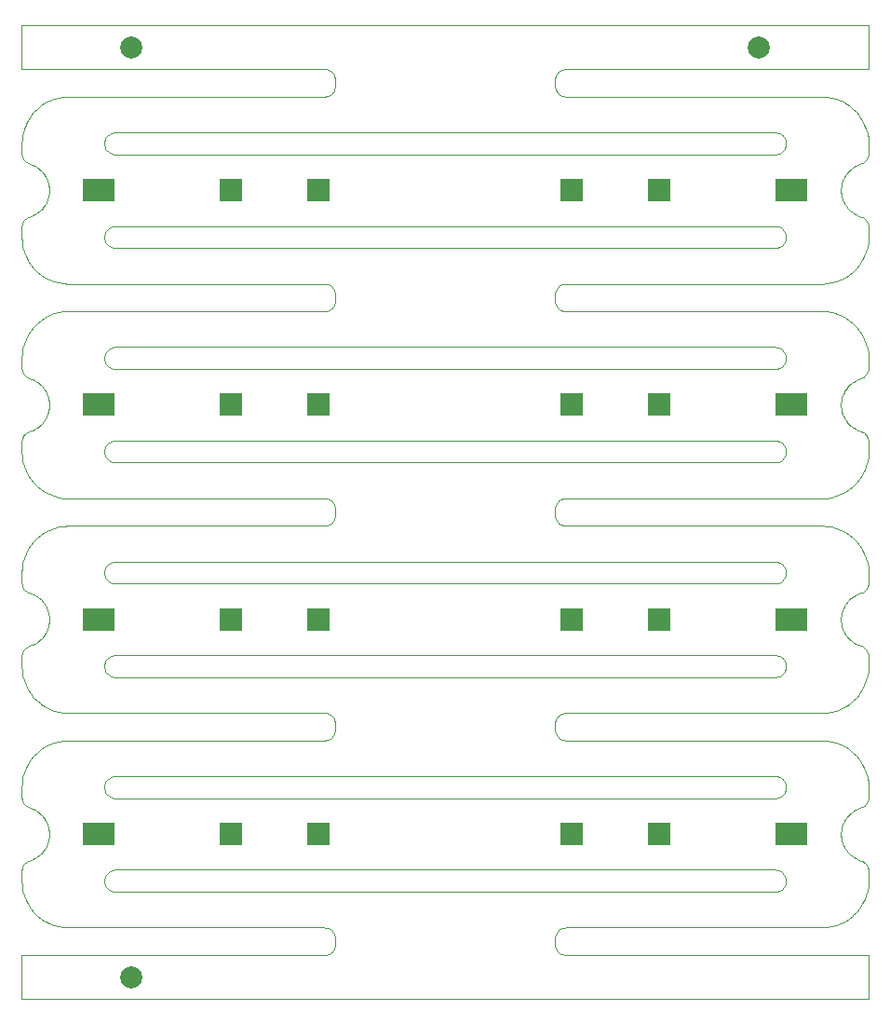
<source format=gbr>
G04 #@! TF.GenerationSoftware,KiCad,Pcbnew,5.1.5+dfsg1-2build2*
G04 #@! TF.CreationDate,2021-10-10T04:01:29+00:00*
G04 #@! TF.ProjectId,base_3.3,62617365-5f33-42e3-932e-6b696361645f,rev?*
G04 #@! TF.SameCoordinates,Original*
G04 #@! TF.FileFunction,Soldermask,Bot*
G04 #@! TF.FilePolarity,Negative*
%FSLAX46Y46*%
G04 Gerber Fmt 4.6, Leading zero omitted, Abs format (unit mm)*
G04 Created by KiCad (PCBNEW 5.1.5+dfsg1-2build2) date 2021-10-10 04:01:29*
%MOMM*%
%LPD*%
G04 APERTURE LIST*
G04 #@! TA.AperFunction,Profile*
%ADD10C,0.100000*%
G04 #@! TD*
%ADD11C,2.000000*%
%ADD12R,2.000000X2.000000*%
%ADD13R,3.000000X2.000000*%
G04 APERTURE END LIST*
D10*
X118749900Y-102715900D02*
X118651100Y-102736200D01*
X118846400Y-102685700D02*
X118749900Y-102715900D01*
X118939300Y-102645900D02*
X118846400Y-102685700D01*
X119027600Y-102596800D02*
X118939300Y-102645900D01*
X119110800Y-102538900D02*
X119027600Y-102596800D01*
X119187500Y-102473100D02*
X119110800Y-102538900D01*
X119257100Y-102399800D02*
X119187500Y-102473100D01*
X119319000Y-102319900D02*
X119257100Y-102399800D01*
X119372400Y-102234100D02*
X119319000Y-102319900D01*
X119416900Y-102143400D02*
X119372400Y-102234100D01*
X119452000Y-102048600D02*
X119416900Y-102143400D01*
X119477300Y-101950700D02*
X119452000Y-102048600D01*
X119492600Y-101850800D02*
X119477300Y-101950700D01*
X119497700Y-101749900D02*
X119492600Y-101850800D01*
X119492600Y-101649200D02*
X119497700Y-101749900D01*
X119477300Y-101549300D02*
X119492600Y-101649200D01*
X119452000Y-101451500D02*
X119477300Y-101549300D01*
X119416900Y-101356700D02*
X119452000Y-101451500D01*
X119372400Y-101266000D02*
X119416900Y-101356700D01*
X119319000Y-101180200D02*
X119372400Y-101266000D01*
X119257100Y-101100300D02*
X119319000Y-101180200D01*
X119187300Y-101026800D02*
X119257100Y-101100300D01*
X119110600Y-100961000D02*
X119187300Y-101026800D01*
X119027600Y-100903300D02*
X119110600Y-100961000D01*
X118939300Y-100854200D02*
X119027600Y-100903300D01*
X118846600Y-100814500D02*
X118939300Y-100854200D01*
X118750200Y-100784200D02*
X118846600Y-100814500D01*
X118651200Y-100763800D02*
X118750200Y-100784200D01*
X118550700Y-100753600D02*
X118651200Y-100763800D01*
X118474800Y-100751000D02*
X118550700Y-100753600D01*
X58525400Y-100751000D02*
X118474800Y-100751000D01*
X58449200Y-100753600D02*
X58525400Y-100751000D01*
X58348800Y-100763800D02*
X58449200Y-100753600D01*
X58249800Y-100784200D02*
X58348800Y-100763800D01*
X58153400Y-100814500D02*
X58249800Y-100784200D01*
X58060500Y-100854300D02*
X58153400Y-100814500D01*
X57972100Y-100903400D02*
X58060500Y-100854300D01*
X57889200Y-100961100D02*
X57972100Y-100903400D01*
X57812500Y-101027000D02*
X57889200Y-100961100D01*
X57742900Y-101100300D02*
X57812500Y-101027000D01*
X57681000Y-101180200D02*
X57742900Y-101100300D01*
X57627600Y-101266000D02*
X57681000Y-101180200D01*
X57583100Y-101356700D02*
X57627600Y-101266000D01*
X57548100Y-101451200D02*
X57583100Y-101356700D01*
X57522700Y-101549100D02*
X57548100Y-101451200D01*
X57507400Y-101649000D02*
X57522700Y-101549100D01*
X57502300Y-101749900D02*
X57507400Y-101649000D01*
X57507400Y-101850800D02*
X57502300Y-101749900D01*
X57522700Y-101950700D02*
X57507400Y-101850800D01*
X57548000Y-102048600D02*
X57522700Y-101950700D01*
X57583100Y-102143400D02*
X57548000Y-102048600D01*
X57627600Y-102234100D02*
X57583100Y-102143400D01*
X57681000Y-102319900D02*
X57627600Y-102234100D01*
X57742900Y-102399800D02*
X57681000Y-102319900D01*
X57812500Y-102473100D02*
X57742900Y-102399800D01*
X57889200Y-102538900D02*
X57812500Y-102473100D01*
X57972100Y-102596700D02*
X57889200Y-102538900D01*
X58060500Y-102645700D02*
X57972100Y-102596700D01*
X58153400Y-102685600D02*
X58060500Y-102645700D01*
X58249800Y-102715900D02*
X58153400Y-102685600D01*
X58348800Y-102736200D02*
X58249800Y-102715900D01*
X58449300Y-102746500D02*
X58348800Y-102736200D01*
X58525200Y-102749000D02*
X58449300Y-102746500D01*
X118474900Y-102749000D02*
X58525200Y-102749000D01*
X118550500Y-102746500D02*
X118474900Y-102749000D01*
X118651100Y-102736200D02*
X118550500Y-102746500D01*
X118749900Y-94215900D02*
X118651100Y-94236200D01*
X118846400Y-94185700D02*
X118749900Y-94215900D01*
X118939300Y-94145900D02*
X118846400Y-94185700D01*
X119027600Y-94096800D02*
X118939300Y-94145900D01*
X119110800Y-94038900D02*
X119027600Y-94096800D01*
X119187500Y-93973100D02*
X119110800Y-94038900D01*
X119257100Y-93899800D02*
X119187500Y-93973100D01*
X119319000Y-93819900D02*
X119257100Y-93899800D01*
X119372400Y-93734100D02*
X119319000Y-93819900D01*
X119416900Y-93643400D02*
X119372400Y-93734100D01*
X119452000Y-93548600D02*
X119416900Y-93643400D01*
X119477300Y-93450700D02*
X119452000Y-93548600D01*
X119492600Y-93350800D02*
X119477300Y-93450700D01*
X119497700Y-93249900D02*
X119492600Y-93350800D01*
X119492600Y-93149200D02*
X119497700Y-93249900D01*
X119477300Y-93049300D02*
X119492600Y-93149200D01*
X119452000Y-92951500D02*
X119477300Y-93049300D01*
X119416900Y-92856700D02*
X119452000Y-92951500D01*
X119372400Y-92766000D02*
X119416900Y-92856700D01*
X119319000Y-92680200D02*
X119372400Y-92766000D01*
X119257100Y-92600300D02*
X119319000Y-92680200D01*
X119187300Y-92526800D02*
X119257100Y-92600300D01*
X119110600Y-92461000D02*
X119187300Y-92526800D01*
X119027600Y-92403300D02*
X119110600Y-92461000D01*
X118939300Y-92354200D02*
X119027600Y-92403300D01*
X118846600Y-92314500D02*
X118939300Y-92354200D01*
X118750200Y-92284200D02*
X118846600Y-92314500D01*
X118651200Y-92263800D02*
X118750200Y-92284200D01*
X118550700Y-92253600D02*
X118651200Y-92263800D01*
X118474800Y-92251000D02*
X118550700Y-92253600D01*
X58525400Y-92251000D02*
X118474800Y-92251000D01*
X58449200Y-92253600D02*
X58525400Y-92251000D01*
X58348800Y-92263800D02*
X58449200Y-92253600D01*
X58249800Y-92284200D02*
X58348800Y-92263800D01*
X58153400Y-92314500D02*
X58249800Y-92284200D01*
X58060500Y-92354300D02*
X58153400Y-92314500D01*
X57972100Y-92403400D02*
X58060500Y-92354300D01*
X57889200Y-92461100D02*
X57972100Y-92403400D01*
X57812500Y-92527000D02*
X57889200Y-92461100D01*
X57742900Y-92600300D02*
X57812500Y-92527000D01*
X57681000Y-92680200D02*
X57742900Y-92600300D01*
X57627600Y-92766000D02*
X57681000Y-92680200D01*
X57583100Y-92856700D02*
X57627600Y-92766000D01*
X57548100Y-92951200D02*
X57583100Y-92856700D01*
X57522700Y-93049100D02*
X57548100Y-92951200D01*
X57507400Y-93149000D02*
X57522700Y-93049100D01*
X57502300Y-93249900D02*
X57507400Y-93149000D01*
X57507400Y-93350800D02*
X57502300Y-93249900D01*
X57522700Y-93450700D02*
X57507400Y-93350800D01*
X57548000Y-93548600D02*
X57522700Y-93450700D01*
X57583100Y-93643400D02*
X57548000Y-93548600D01*
X57627600Y-93734100D02*
X57583100Y-93643400D01*
X57681000Y-93819900D02*
X57627600Y-93734100D01*
X57742900Y-93899800D02*
X57681000Y-93819900D01*
X57812500Y-93973100D02*
X57742900Y-93899800D01*
X57889200Y-94038900D02*
X57812500Y-93973100D01*
X57972100Y-94096700D02*
X57889200Y-94038900D01*
X58060500Y-94145700D02*
X57972100Y-94096700D01*
X58153400Y-94185600D02*
X58060500Y-94145700D01*
X58249800Y-94215900D02*
X58153400Y-94185600D01*
X58348800Y-94236200D02*
X58249800Y-94215900D01*
X58449300Y-94246500D02*
X58348800Y-94236200D01*
X58525200Y-94249000D02*
X58449300Y-94246500D01*
X118474900Y-94249000D02*
X58525200Y-94249000D01*
X118550500Y-94246500D02*
X118474900Y-94249000D01*
X118651100Y-94236200D02*
X118550500Y-94246500D01*
X118749900Y-83215900D02*
X118651000Y-83236200D01*
X118846400Y-83185700D02*
X118749900Y-83215900D01*
X118939300Y-83145800D02*
X118846400Y-83185700D01*
X119027600Y-83096800D02*
X118939300Y-83145800D01*
X119110800Y-83038900D02*
X119027600Y-83096800D01*
X119187500Y-82973100D02*
X119110800Y-83038900D01*
X119257100Y-82899800D02*
X119187500Y-82973100D01*
X119319000Y-82819900D02*
X119257100Y-82899800D01*
X119372400Y-82734100D02*
X119319000Y-82819900D01*
X119416900Y-82643300D02*
X119372400Y-82734100D01*
X119452000Y-82548600D02*
X119416900Y-82643300D01*
X119477300Y-82450700D02*
X119452000Y-82548600D01*
X119492600Y-82350800D02*
X119477300Y-82450700D01*
X119497700Y-82249900D02*
X119492600Y-82350800D01*
X119492600Y-82149200D02*
X119497700Y-82249900D01*
X119477300Y-82049300D02*
X119492600Y-82149200D01*
X119452000Y-81951500D02*
X119477300Y-82049300D01*
X119416900Y-81856700D02*
X119452000Y-81951500D01*
X119372400Y-81765900D02*
X119416900Y-81856700D01*
X119319000Y-81680200D02*
X119372400Y-81765900D01*
X119257100Y-81600200D02*
X119319000Y-81680200D01*
X119187300Y-81526800D02*
X119257100Y-81600200D01*
X119110600Y-81461000D02*
X119187300Y-81526800D01*
X119027600Y-81403200D02*
X119110600Y-81461000D01*
X118939300Y-81354200D02*
X119027600Y-81403200D01*
X118846600Y-81314500D02*
X118939300Y-81354200D01*
X118750200Y-81284200D02*
X118846600Y-81314500D01*
X118651200Y-81263800D02*
X118750200Y-81284200D01*
X118550700Y-81253600D02*
X118651200Y-81263800D01*
X118474800Y-81251000D02*
X118550700Y-81253600D01*
X58525300Y-81251000D02*
X118474800Y-81251000D01*
X58449200Y-81253600D02*
X58525300Y-81251000D01*
X58348800Y-81263800D02*
X58449200Y-81253600D01*
X58249800Y-81284200D02*
X58348800Y-81263800D01*
X58153400Y-81314500D02*
X58249800Y-81284200D01*
X58060500Y-81354300D02*
X58153400Y-81314500D01*
X57972100Y-81403400D02*
X58060500Y-81354300D01*
X57889200Y-81461100D02*
X57972100Y-81403400D01*
X57812500Y-81527000D02*
X57889200Y-81461100D01*
X57742900Y-81600200D02*
X57812500Y-81527000D01*
X57681000Y-81680200D02*
X57742900Y-81600200D01*
X57627600Y-81765900D02*
X57681000Y-81680200D01*
X57583100Y-81856700D02*
X57627600Y-81765900D01*
X57548100Y-81951200D02*
X57583100Y-81856700D01*
X57522700Y-82049000D02*
X57548100Y-81951200D01*
X57507400Y-82148900D02*
X57522700Y-82049000D01*
X57502300Y-82249900D02*
X57507400Y-82148900D01*
X57507400Y-82350800D02*
X57502300Y-82249900D01*
X57522700Y-82450700D02*
X57507400Y-82350800D01*
X57548000Y-82548600D02*
X57522700Y-82450700D01*
X57583100Y-82643300D02*
X57548000Y-82548600D01*
X57627600Y-82734100D02*
X57583100Y-82643300D01*
X57681000Y-82819900D02*
X57627600Y-82734100D01*
X57742900Y-82899800D02*
X57681000Y-82819900D01*
X57812500Y-82973100D02*
X57742900Y-82899800D01*
X57889200Y-83038900D02*
X57812500Y-82973100D01*
X57972100Y-83096700D02*
X57889200Y-83038900D01*
X58060500Y-83145700D02*
X57972100Y-83096700D01*
X58153400Y-83185600D02*
X58060500Y-83145700D01*
X58249800Y-83215800D02*
X58153400Y-83185600D01*
X58348800Y-83236200D02*
X58249800Y-83215800D01*
X58449300Y-83246400D02*
X58348800Y-83236200D01*
X58525200Y-83249000D02*
X58449300Y-83246400D01*
X118474800Y-83249000D02*
X58525200Y-83249000D01*
X118550600Y-83246400D02*
X118474800Y-83249000D01*
X118651000Y-83236200D02*
X118550600Y-83246400D01*
X118749900Y-74715900D02*
X118651000Y-74736200D01*
X118846400Y-74685700D02*
X118749900Y-74715900D01*
X118939300Y-74645800D02*
X118846400Y-74685700D01*
X119027600Y-74596800D02*
X118939300Y-74645800D01*
X119110800Y-74538900D02*
X119027600Y-74596800D01*
X119187500Y-74473100D02*
X119110800Y-74538900D01*
X119257100Y-74399800D02*
X119187500Y-74473100D01*
X119319000Y-74319900D02*
X119257100Y-74399800D01*
X119372400Y-74234100D02*
X119319000Y-74319900D01*
X119416900Y-74143300D02*
X119372400Y-74234100D01*
X119452000Y-74048600D02*
X119416900Y-74143300D01*
X119477300Y-73950700D02*
X119452000Y-74048600D01*
X119492600Y-73850800D02*
X119477300Y-73950700D01*
X119497700Y-73749900D02*
X119492600Y-73850800D01*
X119492600Y-73649200D02*
X119497700Y-73749900D01*
X119477300Y-73549300D02*
X119492600Y-73649200D01*
X119452000Y-73451500D02*
X119477300Y-73549300D01*
X119416900Y-73356700D02*
X119452000Y-73451500D01*
X119372400Y-73265900D02*
X119416900Y-73356700D01*
X119319000Y-73180200D02*
X119372400Y-73265900D01*
X119257100Y-73100200D02*
X119319000Y-73180200D01*
X119187300Y-73026800D02*
X119257100Y-73100200D01*
X119110600Y-72961000D02*
X119187300Y-73026800D01*
X119027600Y-72903200D02*
X119110600Y-72961000D01*
X118939300Y-72854200D02*
X119027600Y-72903200D01*
X118846600Y-72814500D02*
X118939300Y-72854200D01*
X118750200Y-72784200D02*
X118846600Y-72814500D01*
X118651200Y-72763800D02*
X118750200Y-72784200D01*
X118550700Y-72753600D02*
X118651200Y-72763800D01*
X118474800Y-72751000D02*
X118550700Y-72753600D01*
X58525300Y-72751000D02*
X118474800Y-72751000D01*
X58449200Y-72753600D02*
X58525300Y-72751000D01*
X58348800Y-72763800D02*
X58449200Y-72753600D01*
X58249800Y-72784200D02*
X58348800Y-72763800D01*
X58153400Y-72814500D02*
X58249800Y-72784200D01*
X58060500Y-72854300D02*
X58153400Y-72814500D01*
X57972100Y-72903400D02*
X58060500Y-72854300D01*
X57889200Y-72961100D02*
X57972100Y-72903400D01*
X57812500Y-73027000D02*
X57889200Y-72961100D01*
X57742900Y-73100200D02*
X57812500Y-73027000D01*
X57681000Y-73180200D02*
X57742900Y-73100200D01*
X57627600Y-73265900D02*
X57681000Y-73180200D01*
X57583100Y-73356700D02*
X57627600Y-73265900D01*
X57548100Y-73451200D02*
X57583100Y-73356700D01*
X57522700Y-73549000D02*
X57548100Y-73451200D01*
X57507400Y-73648900D02*
X57522700Y-73549000D01*
X57502300Y-73749900D02*
X57507400Y-73648900D01*
X57507400Y-73850800D02*
X57502300Y-73749900D01*
X57522700Y-73950700D02*
X57507400Y-73850800D01*
X57548000Y-74048600D02*
X57522700Y-73950700D01*
X57583100Y-74143300D02*
X57548000Y-74048600D01*
X57627600Y-74234100D02*
X57583100Y-74143300D01*
X57681000Y-74319900D02*
X57627600Y-74234100D01*
X57742900Y-74399800D02*
X57681000Y-74319900D01*
X57812500Y-74473100D02*
X57742900Y-74399800D01*
X57889200Y-74538900D02*
X57812500Y-74473100D01*
X57972100Y-74596700D02*
X57889200Y-74538900D01*
X58060500Y-74645700D02*
X57972100Y-74596700D01*
X58153400Y-74685600D02*
X58060500Y-74645700D01*
X58249800Y-74715800D02*
X58153400Y-74685600D01*
X58348800Y-74736200D02*
X58249800Y-74715800D01*
X58449300Y-74746400D02*
X58348800Y-74736200D01*
X58525200Y-74749000D02*
X58449300Y-74746400D01*
X118474800Y-74749000D02*
X58525200Y-74749000D01*
X118550600Y-74746400D02*
X118474800Y-74749000D01*
X118651000Y-74736200D02*
X118550600Y-74746400D01*
X118749900Y-63715900D02*
X118651000Y-63736200D01*
X118846400Y-63685700D02*
X118749900Y-63715900D01*
X118939300Y-63645800D02*
X118846400Y-63685700D01*
X119027600Y-63596800D02*
X118939300Y-63645800D01*
X119110600Y-63539100D02*
X119027600Y-63596800D01*
X119187300Y-63473200D02*
X119110600Y-63539100D01*
X119257100Y-63399800D02*
X119187300Y-63473200D01*
X119319000Y-63319900D02*
X119257100Y-63399800D01*
X119372300Y-63234300D02*
X119319000Y-63319900D01*
X119416800Y-63143600D02*
X119372300Y-63234300D01*
X119451900Y-63048800D02*
X119416800Y-63143600D01*
X119477300Y-62951000D02*
X119451900Y-63048800D01*
X119492600Y-62851100D02*
X119477300Y-62951000D01*
X119497700Y-62750100D02*
X119492600Y-62851100D01*
X119492600Y-62649200D02*
X119497700Y-62750100D01*
X119477300Y-62549300D02*
X119492600Y-62649200D01*
X119452000Y-62451500D02*
X119477300Y-62549300D01*
X119416900Y-62356700D02*
X119452000Y-62451500D01*
X119372400Y-62265900D02*
X119416900Y-62356700D01*
X119319000Y-62180200D02*
X119372400Y-62265900D01*
X119257100Y-62100200D02*
X119319000Y-62180200D01*
X119187300Y-62026800D02*
X119257100Y-62100200D01*
X119110600Y-61960900D02*
X119187300Y-62026800D01*
X119027900Y-61903400D02*
X119110600Y-61960900D01*
X118939500Y-61854300D02*
X119027900Y-61903400D01*
X118846600Y-61814400D02*
X118939500Y-61854300D01*
X118750200Y-61784200D02*
X118846600Y-61814400D01*
X118651200Y-61763800D02*
X118750200Y-61784200D01*
X118550700Y-61753600D02*
X118651200Y-61763800D01*
X118474800Y-61751000D02*
X118550700Y-61753600D01*
X58525200Y-61751000D02*
X118474800Y-61751000D01*
X58449300Y-61753600D02*
X58525200Y-61751000D01*
X58348800Y-61763800D02*
X58449300Y-61753600D01*
X58249800Y-61784200D02*
X58348800Y-61763800D01*
X58153400Y-61814400D02*
X58249800Y-61784200D01*
X58060500Y-61854300D02*
X58153400Y-61814400D01*
X57972100Y-61903400D02*
X58060500Y-61854300D01*
X57889200Y-61961100D02*
X57972100Y-61903400D01*
X57812500Y-62027000D02*
X57889200Y-61961100D01*
X57742900Y-62100200D02*
X57812500Y-62027000D01*
X57681000Y-62180200D02*
X57742900Y-62100200D01*
X57627600Y-62265900D02*
X57681000Y-62180200D01*
X57583100Y-62356700D02*
X57627600Y-62265900D01*
X57548000Y-62451500D02*
X57583100Y-62356700D01*
X57522700Y-62549000D02*
X57548000Y-62451500D01*
X57507400Y-62648900D02*
X57522700Y-62549000D01*
X57502300Y-62749900D02*
X57507400Y-62648900D01*
X57507400Y-62850800D02*
X57502300Y-62749900D01*
X57522700Y-62950700D02*
X57507400Y-62850800D01*
X57548000Y-63048500D02*
X57522700Y-62950700D01*
X57583100Y-63143300D02*
X57548000Y-63048500D01*
X57627600Y-63234100D02*
X57583100Y-63143300D01*
X57681000Y-63319900D02*
X57627600Y-63234100D01*
X57742900Y-63399800D02*
X57681000Y-63319900D01*
X57812500Y-63473000D02*
X57742900Y-63399800D01*
X57889200Y-63538900D02*
X57812500Y-63473000D01*
X57972100Y-63596600D02*
X57889200Y-63538900D01*
X58060500Y-63645700D02*
X57972100Y-63596600D01*
X58153400Y-63685600D02*
X58060500Y-63645700D01*
X58249800Y-63715800D02*
X58153400Y-63685600D01*
X58348800Y-63736200D02*
X58249800Y-63715800D01*
X58449300Y-63746400D02*
X58348800Y-63736200D01*
X58525200Y-63749000D02*
X58449300Y-63746400D01*
X118474800Y-63749000D02*
X58525200Y-63749000D01*
X118550700Y-63746400D02*
X118474800Y-63749000D01*
X118651000Y-63736200D02*
X118550700Y-63746400D01*
X118749900Y-55215900D02*
X118651000Y-55236200D01*
X118846400Y-55185700D02*
X118749900Y-55215900D01*
X118939300Y-55145800D02*
X118846400Y-55185700D01*
X119027600Y-55096800D02*
X118939300Y-55145800D01*
X119110600Y-55039100D02*
X119027600Y-55096800D01*
X119187300Y-54973200D02*
X119110600Y-55039100D01*
X119257100Y-54899800D02*
X119187300Y-54973200D01*
X119319000Y-54819900D02*
X119257100Y-54899800D01*
X119372300Y-54734300D02*
X119319000Y-54819900D01*
X119416800Y-54643600D02*
X119372300Y-54734300D01*
X119451900Y-54548800D02*
X119416800Y-54643600D01*
X119477300Y-54451000D02*
X119451900Y-54548800D01*
X119492600Y-54351100D02*
X119477300Y-54451000D01*
X119497700Y-54250100D02*
X119492600Y-54351100D01*
X119492600Y-54149200D02*
X119497700Y-54250100D01*
X119477300Y-54049300D02*
X119492600Y-54149200D01*
X119452000Y-53951500D02*
X119477300Y-54049300D01*
X119416900Y-53856700D02*
X119452000Y-53951500D01*
X119372400Y-53765900D02*
X119416900Y-53856700D01*
X119319000Y-53680200D02*
X119372400Y-53765900D01*
X119257100Y-53600200D02*
X119319000Y-53680200D01*
X119187300Y-53526800D02*
X119257100Y-53600200D01*
X119110600Y-53460900D02*
X119187300Y-53526800D01*
X119027900Y-53403400D02*
X119110600Y-53460900D01*
X118939500Y-53354300D02*
X119027900Y-53403400D01*
X118846600Y-53314400D02*
X118939500Y-53354300D01*
X118750200Y-53284200D02*
X118846600Y-53314400D01*
X118651200Y-53263800D02*
X118750200Y-53284200D01*
X118550700Y-53253600D02*
X118651200Y-53263800D01*
X118474800Y-53251000D02*
X118550700Y-53253600D01*
X58525200Y-53251000D02*
X118474800Y-53251000D01*
X58449300Y-53253600D02*
X58525200Y-53251000D01*
X58348800Y-53263800D02*
X58449300Y-53253600D01*
X58249800Y-53284200D02*
X58348800Y-53263800D01*
X58153400Y-53314400D02*
X58249800Y-53284200D01*
X58060500Y-53354300D02*
X58153400Y-53314400D01*
X57972100Y-53403400D02*
X58060500Y-53354300D01*
X57889200Y-53461100D02*
X57972100Y-53403400D01*
X57812500Y-53527000D02*
X57889200Y-53461100D01*
X57742900Y-53600200D02*
X57812500Y-53527000D01*
X57681000Y-53680200D02*
X57742900Y-53600200D01*
X57627600Y-53765900D02*
X57681000Y-53680200D01*
X57583100Y-53856700D02*
X57627600Y-53765900D01*
X57548000Y-53951500D02*
X57583100Y-53856700D01*
X57522700Y-54049000D02*
X57548000Y-53951500D01*
X57507400Y-54148900D02*
X57522700Y-54049000D01*
X57502300Y-54249900D02*
X57507400Y-54148900D01*
X57507400Y-54350800D02*
X57502300Y-54249900D01*
X57522700Y-54450700D02*
X57507400Y-54350800D01*
X57548000Y-54548500D02*
X57522700Y-54450700D01*
X57583100Y-54643300D02*
X57548000Y-54548500D01*
X57627600Y-54734100D02*
X57583100Y-54643300D01*
X57681000Y-54819900D02*
X57627600Y-54734100D01*
X57742900Y-54899800D02*
X57681000Y-54819900D01*
X57812500Y-54973000D02*
X57742900Y-54899800D01*
X57889200Y-55038900D02*
X57812500Y-54973000D01*
X57972100Y-55096600D02*
X57889200Y-55038900D01*
X58060500Y-55145700D02*
X57972100Y-55096600D01*
X58153400Y-55185600D02*
X58060500Y-55145700D01*
X58249800Y-55215800D02*
X58153400Y-55185600D01*
X58348800Y-55236200D02*
X58249800Y-55215800D01*
X58449300Y-55246400D02*
X58348800Y-55236200D01*
X58525200Y-55249000D02*
X58449300Y-55246400D01*
X118474800Y-55249000D02*
X58525200Y-55249000D01*
X118550700Y-55246400D02*
X118474800Y-55249000D01*
X118651000Y-55236200D02*
X118550700Y-55246400D01*
X118750200Y-122215900D02*
X118650700Y-122236300D01*
X118846600Y-122185600D02*
X118750200Y-122215900D01*
X118939500Y-122145700D02*
X118846600Y-122185600D01*
X119027900Y-122096700D02*
X118939500Y-122145700D01*
X119110800Y-122038900D02*
X119027900Y-122096700D01*
X119187500Y-121973100D02*
X119110800Y-122038900D01*
X119257100Y-121899800D02*
X119187500Y-121973100D01*
X119319000Y-121819900D02*
X119257100Y-121899800D01*
X119372400Y-121734100D02*
X119319000Y-121819900D01*
X119416900Y-121643400D02*
X119372400Y-121734100D01*
X119452000Y-121548600D02*
X119416900Y-121643400D01*
X119477300Y-121450800D02*
X119452000Y-121548600D01*
X119492600Y-121350900D02*
X119477300Y-121450800D01*
X119497700Y-121249900D02*
X119492600Y-121350900D01*
X119492600Y-121149300D02*
X119497700Y-121249900D01*
X119477300Y-121049300D02*
X119492600Y-121149300D01*
X119452000Y-120951500D02*
X119477300Y-121049300D01*
X119416900Y-120856700D02*
X119452000Y-120951500D01*
X119372400Y-120766000D02*
X119416900Y-120856700D01*
X119319000Y-120680200D02*
X119372400Y-120766000D01*
X119257100Y-120600300D02*
X119319000Y-120680200D01*
X119187300Y-120526800D02*
X119257100Y-120600300D01*
X119110600Y-120461000D02*
X119187300Y-120526800D01*
X119027600Y-120403300D02*
X119110600Y-120461000D01*
X118939300Y-120354200D02*
X119027600Y-120403300D01*
X118846600Y-120314500D02*
X118939300Y-120354200D01*
X118750200Y-120284200D02*
X118846600Y-120314500D01*
X118651200Y-120263900D02*
X118750200Y-120284200D01*
X118550700Y-120253600D02*
X118651200Y-120263900D01*
X118474800Y-120251100D02*
X118550700Y-120253600D01*
X58525000Y-120251100D02*
X118474800Y-120251100D01*
X58449600Y-120253600D02*
X58525000Y-120251100D01*
X58348800Y-120263900D02*
X58449600Y-120253600D01*
X58249800Y-120284200D02*
X58348800Y-120263900D01*
X58153400Y-120314500D02*
X58249800Y-120284200D01*
X58060500Y-120354400D02*
X58153400Y-120314500D01*
X57972100Y-120403400D02*
X58060500Y-120354400D01*
X57889200Y-120461200D02*
X57972100Y-120403400D01*
X57812500Y-120527000D02*
X57889200Y-120461200D01*
X57742900Y-120600300D02*
X57812500Y-120527000D01*
X57681000Y-120680200D02*
X57742900Y-120600300D01*
X57627600Y-120766000D02*
X57681000Y-120680200D01*
X57583100Y-120856700D02*
X57627600Y-120766000D01*
X57548100Y-120951200D02*
X57583100Y-120856700D01*
X57522700Y-121049100D02*
X57548100Y-120951200D01*
X57507400Y-121149000D02*
X57522700Y-121049100D01*
X57502300Y-121249900D02*
X57507400Y-121149000D01*
X57507400Y-121350900D02*
X57502300Y-121249900D01*
X57522700Y-121450800D02*
X57507400Y-121350900D01*
X57548000Y-121548600D02*
X57522700Y-121450800D01*
X57583100Y-121643400D02*
X57548000Y-121548600D01*
X57627600Y-121734100D02*
X57583100Y-121643400D01*
X57681000Y-121819900D02*
X57627600Y-121734100D01*
X57742900Y-121899800D02*
X57681000Y-121819900D01*
X57812500Y-121973100D02*
X57742900Y-121899800D01*
X57889200Y-122038900D02*
X57812500Y-121973100D01*
X57972100Y-122096700D02*
X57889200Y-122038900D01*
X58060500Y-122145700D02*
X57972100Y-122096700D01*
X58153400Y-122185600D02*
X58060500Y-122145700D01*
X58249800Y-122215900D02*
X58153400Y-122185600D01*
X58348800Y-122236200D02*
X58249800Y-122215900D01*
X58449300Y-122246500D02*
X58348800Y-122236200D01*
X58525200Y-122249100D02*
X58449300Y-122246500D01*
X118474500Y-122249100D02*
X58525200Y-122249100D01*
X118550900Y-122246500D02*
X118474500Y-122249100D01*
X118650700Y-122236300D02*
X118550900Y-122246500D01*
X118750200Y-113715900D02*
X118650700Y-113736300D01*
X118846600Y-113685600D02*
X118750200Y-113715900D01*
X118939500Y-113645700D02*
X118846600Y-113685600D01*
X119027900Y-113596700D02*
X118939500Y-113645700D01*
X119110800Y-113538900D02*
X119027900Y-113596700D01*
X119187500Y-113473100D02*
X119110800Y-113538900D01*
X119257100Y-113399800D02*
X119187500Y-113473100D01*
X119319000Y-113319900D02*
X119257100Y-113399800D01*
X119372400Y-113234100D02*
X119319000Y-113319900D01*
X119416900Y-113143400D02*
X119372400Y-113234100D01*
X119452000Y-113048600D02*
X119416900Y-113143400D01*
X119477300Y-112950800D02*
X119452000Y-113048600D01*
X119492600Y-112850900D02*
X119477300Y-112950800D01*
X119497700Y-112749900D02*
X119492600Y-112850900D01*
X119492600Y-112649300D02*
X119497700Y-112749900D01*
X119477300Y-112549300D02*
X119492600Y-112649300D01*
X119452000Y-112451500D02*
X119477300Y-112549300D01*
X119416900Y-112356700D02*
X119452000Y-112451500D01*
X119372400Y-112266000D02*
X119416900Y-112356700D01*
X119319000Y-112180200D02*
X119372400Y-112266000D01*
X119257100Y-112100300D02*
X119319000Y-112180200D01*
X119187300Y-112026800D02*
X119257100Y-112100300D01*
X119110600Y-111961000D02*
X119187300Y-112026800D01*
X119027600Y-111903300D02*
X119110600Y-111961000D01*
X118939300Y-111854200D02*
X119027600Y-111903300D01*
X118846600Y-111814500D02*
X118939300Y-111854200D01*
X118750200Y-111784200D02*
X118846600Y-111814500D01*
X118651200Y-111763900D02*
X118750200Y-111784200D01*
X118550700Y-111753600D02*
X118651200Y-111763900D01*
X118474800Y-111751100D02*
X118550700Y-111753600D01*
X58525000Y-111751100D02*
X118474800Y-111751100D01*
X58449600Y-111753600D02*
X58525000Y-111751100D01*
X58348800Y-111763900D02*
X58449600Y-111753600D01*
X58249800Y-111784200D02*
X58348800Y-111763900D01*
X58153400Y-111814500D02*
X58249800Y-111784200D01*
X58060500Y-111854400D02*
X58153400Y-111814500D01*
X57972100Y-111903400D02*
X58060500Y-111854400D01*
X57889200Y-111961200D02*
X57972100Y-111903400D01*
X57812500Y-112027000D02*
X57889200Y-111961200D01*
X57742900Y-112100300D02*
X57812500Y-112027000D01*
X57681000Y-112180200D02*
X57742900Y-112100300D01*
X57627600Y-112266000D02*
X57681000Y-112180200D01*
X57583100Y-112356700D02*
X57627600Y-112266000D01*
X57548100Y-112451200D02*
X57583100Y-112356700D01*
X57522700Y-112549100D02*
X57548100Y-112451200D01*
X57507400Y-112649000D02*
X57522700Y-112549100D01*
X57502300Y-112749900D02*
X57507400Y-112649000D01*
X57507400Y-112850900D02*
X57502300Y-112749900D01*
X57522700Y-112950800D02*
X57507400Y-112850900D01*
X57548000Y-113048600D02*
X57522700Y-112950800D01*
X57583100Y-113143400D02*
X57548000Y-113048600D01*
X57627600Y-113234100D02*
X57583100Y-113143400D01*
X57681000Y-113319900D02*
X57627600Y-113234100D01*
X57742900Y-113399800D02*
X57681000Y-113319900D01*
X57812500Y-113473100D02*
X57742900Y-113399800D01*
X57889200Y-113538900D02*
X57812500Y-113473100D01*
X57972100Y-113596700D02*
X57889200Y-113538900D01*
X58060500Y-113645700D02*
X57972100Y-113596700D01*
X58153400Y-113685600D02*
X58060500Y-113645700D01*
X58249800Y-113715900D02*
X58153400Y-113685600D01*
X58348800Y-113736200D02*
X58249800Y-113715900D01*
X58449300Y-113746500D02*
X58348800Y-113736200D01*
X58525200Y-113749100D02*
X58449300Y-113746500D01*
X118474500Y-113749100D02*
X58525200Y-113749100D01*
X118550900Y-113746500D02*
X118474500Y-113749100D01*
X118650700Y-113736300D02*
X118550900Y-113746500D01*
X126976500Y-43499000D02*
X50009200Y-43499700D01*
X126991800Y-43499800D02*
X126976500Y-43499000D01*
X126997700Y-43503000D02*
X126991800Y-43499800D01*
X127000200Y-43508200D02*
X126997700Y-43503000D01*
X127001000Y-43523500D02*
X127000200Y-43508200D01*
X127001000Y-47475500D02*
X127001000Y-43523500D01*
X126999700Y-47492700D02*
X127001000Y-47475500D01*
X126996300Y-47497400D02*
X126999700Y-47492700D01*
X126991800Y-47499200D02*
X126996300Y-47497400D01*
X99491300Y-47500000D02*
X126991800Y-47499200D01*
X99394000Y-47504800D02*
X99491300Y-47500000D01*
X99297900Y-47519000D02*
X99394000Y-47504800D01*
X99203600Y-47542600D02*
X99297900Y-47519000D01*
X99112200Y-47575400D02*
X99203600Y-47542600D01*
X99024300Y-47616900D02*
X99112200Y-47575400D01*
X98941000Y-47666900D02*
X99024300Y-47616900D01*
X98863000Y-47724700D02*
X98941000Y-47666900D01*
X98791000Y-47790000D02*
X98863000Y-47724700D01*
X98725700Y-47862000D02*
X98791000Y-47790000D01*
X98667900Y-47940000D02*
X98725700Y-47862000D01*
X98617900Y-48023300D02*
X98667900Y-47940000D01*
X98576400Y-48111100D02*
X98617900Y-48023300D01*
X98543700Y-48202600D02*
X98576400Y-48111100D01*
X98520000Y-48296900D02*
X98543700Y-48202600D01*
X98505800Y-48393000D02*
X98520000Y-48296900D01*
X98501000Y-48490200D02*
X98505800Y-48393000D01*
X98501000Y-49008800D02*
X98501000Y-48490200D01*
X98505800Y-49106000D02*
X98501000Y-49008800D01*
X98520000Y-49202100D02*
X98505800Y-49106000D01*
X98543700Y-49296400D02*
X98520000Y-49202100D01*
X98576400Y-49387900D02*
X98543700Y-49296400D01*
X98617900Y-49475700D02*
X98576400Y-49387900D01*
X98667900Y-49559000D02*
X98617900Y-49475700D01*
X98725700Y-49637000D02*
X98667900Y-49559000D01*
X98791000Y-49709000D02*
X98725700Y-49637000D01*
X98863000Y-49774300D02*
X98791000Y-49709000D01*
X98941000Y-49832100D02*
X98863000Y-49774300D01*
X99024300Y-49882100D02*
X98941000Y-49832100D01*
X99112200Y-49923600D02*
X99024300Y-49882100D01*
X99203600Y-49956400D02*
X99112200Y-49923600D01*
X99297900Y-49980000D02*
X99203600Y-49956400D01*
X99394000Y-49994200D02*
X99297900Y-49980000D01*
X99491300Y-49999000D02*
X99394000Y-49994200D01*
X122743400Y-49999000D02*
X99491300Y-49999000D01*
X123194100Y-50022600D02*
X122743400Y-49999000D01*
X123633500Y-50092200D02*
X123194100Y-50022600D01*
X124063300Y-50207300D02*
X123633500Y-50092200D01*
X124466700Y-50361800D02*
X124063300Y-50207300D01*
X124490700Y-50372500D02*
X124466700Y-50361800D01*
X124863800Y-50562500D02*
X124490700Y-50372500D01*
X124886500Y-50575700D02*
X124863800Y-50562500D01*
X125248700Y-50811300D02*
X124886500Y-50575700D01*
X125594100Y-51091000D02*
X125248700Y-50811300D01*
X125908700Y-51405600D02*
X125594100Y-51091000D01*
X126180800Y-51741100D02*
X125908700Y-51405600D01*
X126196300Y-51762300D02*
X126180800Y-51741100D01*
X126424300Y-52113500D02*
X126196300Y-51762300D01*
X126437400Y-52136200D02*
X126424300Y-52113500D01*
X126633300Y-52521400D02*
X126437400Y-52136200D01*
X126792500Y-52936300D02*
X126633300Y-52521400D01*
X126907700Y-53366000D02*
X126792500Y-52936300D01*
X126975700Y-53792600D02*
X126907700Y-53366000D01*
X126978400Y-53818800D02*
X126975700Y-53792600D01*
X127001000Y-54256500D02*
X126978400Y-53818800D01*
X127001000Y-55139700D02*
X127001000Y-54256500D01*
X126995900Y-55244100D02*
X127001000Y-55139700D01*
X126981400Y-55341600D02*
X126995900Y-55244100D01*
X126957200Y-55437700D02*
X126981400Y-55341600D01*
X126923900Y-55530500D02*
X126957200Y-55437700D01*
X126887300Y-55608200D02*
X126923900Y-55530500D01*
X126875600Y-55630000D02*
X126887300Y-55608200D01*
X126823700Y-55713800D02*
X126875600Y-55630000D01*
X126772100Y-55782500D02*
X126823700Y-55713800D01*
X126714100Y-55846600D02*
X126772100Y-55782500D01*
X126696500Y-55864100D02*
X126714100Y-55846600D01*
X126632400Y-55921400D02*
X126696500Y-55864100D01*
X126562800Y-55973000D02*
X126632400Y-55921400D01*
X126468400Y-56030200D02*
X126562800Y-55973000D01*
X126379100Y-56072000D02*
X126468400Y-56030200D01*
X126100100Y-56170700D02*
X126379100Y-56072000D01*
X126009400Y-56207800D02*
X126100100Y-56170700D01*
X125875300Y-56270600D02*
X126009400Y-56207800D01*
X125788700Y-56316400D02*
X125875300Y-56270600D01*
X125661400Y-56392000D02*
X125788700Y-56316400D01*
X125579800Y-56446200D02*
X125661400Y-56392000D01*
X125460600Y-56533900D02*
X125579800Y-56446200D01*
X125384600Y-56595900D02*
X125460600Y-56533900D01*
X125274600Y-56694900D02*
X125384600Y-56595900D01*
X125205100Y-56764000D02*
X125274600Y-56694900D01*
X125105400Y-56873400D02*
X125205100Y-56764000D01*
X125043000Y-56949000D02*
X125105400Y-56873400D01*
X124954500Y-57067700D02*
X125043000Y-56949000D01*
X124899900Y-57149100D02*
X124954500Y-57067700D01*
X124823600Y-57275900D02*
X124899900Y-57149100D01*
X124777200Y-57362300D02*
X124823600Y-57275900D01*
X124713700Y-57496000D02*
X124777200Y-57362300D01*
X124676000Y-57586500D02*
X124713700Y-57496000D01*
X124626000Y-57725800D02*
X124676000Y-57586500D01*
X124597400Y-57819500D02*
X124626000Y-57725800D01*
X124561300Y-57963100D02*
X124597400Y-57819500D01*
X124542200Y-58059200D02*
X124561300Y-57963100D01*
X124520400Y-58205600D02*
X124542200Y-58059200D01*
X124510700Y-58303100D02*
X124520400Y-58205600D01*
X124503400Y-58451000D02*
X124510700Y-58303100D01*
X124503400Y-58549000D02*
X124503400Y-58451000D01*
X124510700Y-58696900D02*
X124503400Y-58549000D01*
X124520400Y-58794400D02*
X124510700Y-58696900D01*
X124542200Y-58940800D02*
X124520400Y-58794400D01*
X124561300Y-59036900D02*
X124542200Y-58940800D01*
X124597400Y-59180500D02*
X124561300Y-59036900D01*
X124626000Y-59274200D02*
X124597400Y-59180500D01*
X124676000Y-59413500D02*
X124626000Y-59274200D01*
X124713700Y-59504000D02*
X124676000Y-59413500D01*
X124777200Y-59637700D02*
X124713700Y-59504000D01*
X124823600Y-59724100D02*
X124777200Y-59637700D01*
X124899900Y-59850900D02*
X124823600Y-59724100D01*
X124954500Y-59932300D02*
X124899900Y-59850900D01*
X125043000Y-60051000D02*
X124954500Y-59932300D01*
X125105400Y-60126600D02*
X125043000Y-60051000D01*
X125205100Y-60236000D02*
X125105400Y-60126600D01*
X125274600Y-60305100D02*
X125205100Y-60236000D01*
X125384600Y-60404100D02*
X125274600Y-60305100D01*
X125460600Y-60466100D02*
X125384600Y-60404100D01*
X125579800Y-60553800D02*
X125460600Y-60466100D01*
X125661500Y-60608000D02*
X125579800Y-60553800D01*
X125788700Y-60683600D02*
X125661500Y-60608000D01*
X125875300Y-60729500D02*
X125788700Y-60683600D01*
X126009400Y-60792200D02*
X125875300Y-60729500D01*
X126100100Y-60829300D02*
X126009400Y-60792200D01*
X126378700Y-60927800D02*
X126100100Y-60829300D01*
X126457100Y-60964100D02*
X126378700Y-60927800D01*
X126478900Y-60975700D02*
X126457100Y-60964100D01*
X126552700Y-61019900D02*
X126478900Y-60975700D01*
X126622500Y-61070900D02*
X126552700Y-61019900D01*
X126641700Y-61086500D02*
X126622500Y-61070900D01*
X126705400Y-61144300D02*
X126641700Y-61086500D01*
X126763800Y-61207900D02*
X126705400Y-61144300D01*
X126779400Y-61226800D02*
X126763800Y-61207900D01*
X126837500Y-61306700D02*
X126779400Y-61226800D01*
X126881600Y-61380600D02*
X126837500Y-61306700D01*
X126918900Y-61458500D02*
X126881600Y-61380600D01*
X126928400Y-61481300D02*
X126918900Y-61458500D01*
X126960600Y-61574500D02*
X126928400Y-61481300D01*
X126981400Y-61658400D02*
X126960600Y-61574500D01*
X126996700Y-61767700D02*
X126981400Y-61658400D01*
X127001000Y-61860300D02*
X126996700Y-61767700D01*
X127001000Y-62743400D02*
X127001000Y-61860300D01*
X126977400Y-63194100D02*
X127001000Y-62743400D01*
X126907800Y-63633500D02*
X126977400Y-63194100D01*
X126792700Y-64063300D02*
X126907800Y-63633500D01*
X126633000Y-64479200D02*
X126792700Y-64063300D01*
X126431000Y-64875600D02*
X126633000Y-64479200D01*
X126196300Y-65237600D02*
X126431000Y-64875600D01*
X126180900Y-65258900D02*
X126196300Y-65237600D01*
X125917400Y-65584200D02*
X126180900Y-65258900D01*
X125899800Y-65603800D02*
X125917400Y-65584200D01*
X125594400Y-65908700D02*
X125899800Y-65603800D01*
X125258900Y-66180800D02*
X125594400Y-65908700D01*
X125237700Y-66196300D02*
X125258900Y-66180800D01*
X124875500Y-66431100D02*
X125237700Y-66196300D01*
X124490500Y-66627600D02*
X124875500Y-66431100D01*
X124466800Y-66638200D02*
X124490500Y-66627600D01*
X124063700Y-66792500D02*
X124466800Y-66638200D01*
X123634000Y-66907700D02*
X124063700Y-66792500D01*
X123194500Y-66977300D02*
X123634000Y-66907700D01*
X122749900Y-67000900D02*
X123194500Y-66977300D01*
X99491300Y-67001000D02*
X122749900Y-67000900D01*
X99394000Y-67005800D02*
X99491300Y-67001000D01*
X99297900Y-67020000D02*
X99394000Y-67005800D01*
X99203600Y-67043600D02*
X99297900Y-67020000D01*
X99112200Y-67076400D02*
X99203600Y-67043600D01*
X99024300Y-67117900D02*
X99112200Y-67076400D01*
X98941000Y-67167900D02*
X99024300Y-67117900D01*
X98863000Y-67225700D02*
X98941000Y-67167900D01*
X98791000Y-67291000D02*
X98863000Y-67225700D01*
X98725700Y-67363000D02*
X98791000Y-67291000D01*
X98667900Y-67441000D02*
X98725700Y-67363000D01*
X98617900Y-67524300D02*
X98667900Y-67441000D01*
X98576400Y-67612100D02*
X98617900Y-67524300D01*
X98543700Y-67703600D02*
X98576400Y-67612100D01*
X98520000Y-67797900D02*
X98543700Y-67703600D01*
X98505800Y-67894000D02*
X98520000Y-67797900D01*
X98501000Y-67991200D02*
X98505800Y-67894000D01*
X98501000Y-68508800D02*
X98501000Y-67991200D01*
X98505800Y-68606000D02*
X98501000Y-68508800D01*
X98520000Y-68702100D02*
X98505800Y-68606000D01*
X98543700Y-68796400D02*
X98520000Y-68702100D01*
X98576400Y-68887900D02*
X98543700Y-68796400D01*
X98617900Y-68975700D02*
X98576400Y-68887900D01*
X98667900Y-69059000D02*
X98617900Y-68975700D01*
X98725700Y-69137000D02*
X98667900Y-69059000D01*
X98791000Y-69209000D02*
X98725700Y-69137000D01*
X98863000Y-69274300D02*
X98791000Y-69209000D01*
X98941000Y-69332200D02*
X98863000Y-69274300D01*
X99024300Y-69382100D02*
X98941000Y-69332200D01*
X99112200Y-69423600D02*
X99024300Y-69382100D01*
X99203600Y-69456400D02*
X99112200Y-69423600D01*
X99297900Y-69480000D02*
X99203600Y-69456400D01*
X99394000Y-69494200D02*
X99297900Y-69480000D01*
X99491300Y-69499000D02*
X99394000Y-69494200D01*
X122743400Y-69499000D02*
X99491300Y-69499000D01*
X123194600Y-69522700D02*
X122743400Y-69499000D01*
X123634000Y-69592300D02*
X123194600Y-69522700D01*
X124050900Y-69703700D02*
X123634000Y-69592300D01*
X124075900Y-69711800D02*
X124050900Y-69703700D01*
X124466700Y-69861800D02*
X124075900Y-69711800D01*
X124490700Y-69872500D02*
X124466700Y-69861800D01*
X124875100Y-70068700D02*
X124490700Y-69872500D01*
X125237600Y-70303700D02*
X124875100Y-70068700D01*
X125258900Y-70319200D02*
X125237600Y-70303700D01*
X125594100Y-70591000D02*
X125258900Y-70319200D01*
X125908700Y-70905600D02*
X125594100Y-70591000D01*
X126189000Y-71251800D02*
X125908700Y-70905600D01*
X126424300Y-71613500D02*
X126189000Y-71251800D01*
X126437400Y-71636200D02*
X126424300Y-71613500D01*
X126633300Y-72021400D02*
X126437400Y-71636200D01*
X126792500Y-72436300D02*
X126633300Y-72021400D01*
X126907700Y-72866000D02*
X126792500Y-72436300D01*
X126975700Y-73292700D02*
X126907700Y-72866000D01*
X126978400Y-73318800D02*
X126975700Y-73292700D01*
X127000900Y-73750100D02*
X126978400Y-73318800D01*
X127001000Y-74639900D02*
X127000900Y-73750100D01*
X126996800Y-74732000D02*
X127001000Y-74639900D01*
X126994300Y-74756600D02*
X126996800Y-74732000D01*
X126981300Y-74842100D02*
X126994300Y-74756600D01*
X126957300Y-74937200D02*
X126981300Y-74842100D01*
X126928400Y-75018700D02*
X126957300Y-74937200D01*
X126918900Y-75041500D02*
X126928400Y-75018700D01*
X126881500Y-75119500D02*
X126918900Y-75041500D01*
X126830900Y-75203500D02*
X126881500Y-75119500D01*
X126772100Y-75282600D02*
X126830900Y-75203500D01*
X126714100Y-75346600D02*
X126772100Y-75282600D01*
X126696500Y-75364100D02*
X126714100Y-75346600D01*
X126632100Y-75421700D02*
X126696500Y-75364100D01*
X126552700Y-75480100D02*
X126632100Y-75421700D01*
X126457300Y-75535800D02*
X126552700Y-75480100D01*
X126378600Y-75572200D02*
X126457300Y-75535800D01*
X126100100Y-75670700D02*
X126378600Y-75572200D01*
X126009400Y-75707800D02*
X126100100Y-75670700D01*
X125875300Y-75770600D02*
X126009400Y-75707800D01*
X125788700Y-75816400D02*
X125875300Y-75770600D01*
X125661400Y-75892000D02*
X125788700Y-75816400D01*
X125579800Y-75946200D02*
X125661400Y-75892000D01*
X125460600Y-76033900D02*
X125579800Y-75946200D01*
X125384600Y-76095900D02*
X125460600Y-76033900D01*
X125274600Y-76194900D02*
X125384600Y-76095900D01*
X125205100Y-76264000D02*
X125274600Y-76194900D01*
X125105400Y-76373400D02*
X125205100Y-76264000D01*
X125043000Y-76449000D02*
X125105400Y-76373400D01*
X124954500Y-76567700D02*
X125043000Y-76449000D01*
X124899900Y-76649100D02*
X124954500Y-76567700D01*
X124823600Y-76775900D02*
X124899900Y-76649100D01*
X124777200Y-76862300D02*
X124823600Y-76775900D01*
X124713700Y-76996000D02*
X124777200Y-76862300D01*
X124676000Y-77086500D02*
X124713700Y-76996000D01*
X124626000Y-77225800D02*
X124676000Y-77086500D01*
X124597400Y-77319500D02*
X124626000Y-77225800D01*
X124561300Y-77463100D02*
X124597400Y-77319500D01*
X124542200Y-77559200D02*
X124561300Y-77463100D01*
X124520400Y-77705600D02*
X124542200Y-77559200D01*
X124510700Y-77803200D02*
X124520400Y-77705600D01*
X124503400Y-77951000D02*
X124510700Y-77803200D01*
X124503400Y-78049000D02*
X124503400Y-77951000D01*
X124510700Y-78196900D02*
X124503400Y-78049000D01*
X124520400Y-78294400D02*
X124510700Y-78196900D01*
X124542200Y-78440800D02*
X124520400Y-78294400D01*
X124561300Y-78536900D02*
X124542200Y-78440800D01*
X124597400Y-78680500D02*
X124561300Y-78536900D01*
X124626000Y-78774200D02*
X124597400Y-78680500D01*
X124676000Y-78913600D02*
X124626000Y-78774200D01*
X124713700Y-79004100D02*
X124676000Y-78913600D01*
X124777200Y-79137800D02*
X124713700Y-79004100D01*
X124823600Y-79224100D02*
X124777200Y-79137800D01*
X124899900Y-79350900D02*
X124823600Y-79224100D01*
X124954500Y-79432300D02*
X124899900Y-79350900D01*
X125043000Y-79551000D02*
X124954500Y-79432300D01*
X125105400Y-79626600D02*
X125043000Y-79551000D01*
X125205100Y-79736000D02*
X125105400Y-79626600D01*
X125274600Y-79805100D02*
X125205100Y-79736000D01*
X125384600Y-79904200D02*
X125274600Y-79805100D01*
X125460600Y-79966100D02*
X125384600Y-79904200D01*
X125579800Y-80053900D02*
X125460600Y-79966100D01*
X125661500Y-80108000D02*
X125579800Y-80053900D01*
X125788700Y-80183600D02*
X125661500Y-80108000D01*
X125875300Y-80229500D02*
X125788700Y-80183600D01*
X126009400Y-80292200D02*
X125875300Y-80229500D01*
X126100100Y-80329300D02*
X126009400Y-80292200D01*
X126379100Y-80428000D02*
X126100100Y-80329300D01*
X126468400Y-80469800D02*
X126379100Y-80428000D01*
X126562800Y-80527000D02*
X126468400Y-80469800D01*
X126641700Y-80586500D02*
X126562800Y-80527000D01*
X126705400Y-80644300D02*
X126641700Y-80586500D01*
X126763800Y-80707900D02*
X126705400Y-80644300D01*
X126779500Y-80727000D02*
X126763800Y-80707900D01*
X126830700Y-80796100D02*
X126779500Y-80727000D01*
X126881800Y-80881000D02*
X126830700Y-80796100D01*
X126924100Y-80970100D02*
X126881800Y-80881000D01*
X126957400Y-81062800D02*
X126924100Y-80970100D01*
X126981400Y-81158400D02*
X126957400Y-81062800D01*
X126994300Y-81243400D02*
X126981400Y-81158400D01*
X126996800Y-81268000D02*
X126994300Y-81243400D01*
X127001000Y-81360300D02*
X126996800Y-81268000D01*
X127000900Y-82249900D02*
X127001000Y-81360300D01*
X126977300Y-82694600D02*
X127000900Y-82249900D01*
X126907700Y-83134100D02*
X126977300Y-82694600D01*
X126796400Y-83550900D02*
X126907700Y-83134100D01*
X126788200Y-83575900D02*
X126796400Y-83550900D01*
X126638200Y-83966800D02*
X126788200Y-83575900D01*
X126627500Y-83990800D02*
X126638200Y-83966800D01*
X126431300Y-84375100D02*
X126627500Y-83990800D01*
X126196300Y-84737600D02*
X126431300Y-84375100D01*
X126180900Y-84758900D02*
X126196300Y-84737600D01*
X125909000Y-85094100D02*
X126180900Y-84758900D01*
X125594400Y-85408700D02*
X125909000Y-85094100D01*
X125248700Y-85688700D02*
X125594400Y-85408700D01*
X124875100Y-85931300D02*
X125248700Y-85688700D01*
X124478600Y-86133300D02*
X124875100Y-85931300D01*
X124075900Y-86288200D02*
X124478600Y-86133300D01*
X124050900Y-86296400D02*
X124075900Y-86288200D01*
X123634000Y-86407700D02*
X124050900Y-86296400D01*
X123207400Y-86475700D02*
X123634000Y-86407700D01*
X123181200Y-86478400D02*
X123207400Y-86475700D01*
X122749900Y-86500900D02*
X123181200Y-86478400D01*
X99491300Y-86501000D02*
X122749900Y-86500900D01*
X99394000Y-86505800D02*
X99491300Y-86501000D01*
X99297900Y-86520000D02*
X99394000Y-86505800D01*
X99203600Y-86543700D02*
X99297900Y-86520000D01*
X99112200Y-86576400D02*
X99203600Y-86543700D01*
X99024300Y-86617900D02*
X99112200Y-86576400D01*
X98941000Y-86667900D02*
X99024300Y-86617900D01*
X98863000Y-86725700D02*
X98941000Y-86667900D01*
X98791000Y-86791000D02*
X98863000Y-86725700D01*
X98725700Y-86863000D02*
X98791000Y-86791000D01*
X98667900Y-86941000D02*
X98725700Y-86863000D01*
X98617900Y-87024300D02*
X98667900Y-86941000D01*
X98576400Y-87112200D02*
X98617900Y-87024300D01*
X98543700Y-87203600D02*
X98576400Y-87112200D01*
X98520000Y-87297900D02*
X98543700Y-87203600D01*
X98505800Y-87394000D02*
X98520000Y-87297900D01*
X98501000Y-87491300D02*
X98505800Y-87394000D01*
X98501000Y-88008800D02*
X98501000Y-87491300D01*
X98505800Y-88106000D02*
X98501000Y-88008800D01*
X98520000Y-88202100D02*
X98505800Y-88106000D01*
X98543700Y-88296400D02*
X98520000Y-88202100D01*
X98576400Y-88387900D02*
X98543700Y-88296400D01*
X98617900Y-88475700D02*
X98576400Y-88387900D01*
X98667900Y-88559000D02*
X98617900Y-88475700D01*
X98725700Y-88637100D02*
X98667900Y-88559000D01*
X98791000Y-88709000D02*
X98725700Y-88637100D01*
X98863000Y-88774300D02*
X98791000Y-88709000D01*
X98941000Y-88832200D02*
X98863000Y-88774300D01*
X99024300Y-88882100D02*
X98941000Y-88832200D01*
X99112200Y-88923600D02*
X99024300Y-88882100D01*
X99203600Y-88956400D02*
X99112200Y-88923600D01*
X99297900Y-88980000D02*
X99203600Y-88956400D01*
X99394000Y-88994200D02*
X99297900Y-88980000D01*
X99491300Y-88999000D02*
X99394000Y-88994200D01*
X122749900Y-88999100D02*
X99491300Y-88999000D01*
X123181200Y-89021600D02*
X122749900Y-88999100D01*
X123207300Y-89024400D02*
X123181200Y-89021600D01*
X123633500Y-89092200D02*
X123207300Y-89024400D01*
X124050900Y-89203700D02*
X123633500Y-89092200D01*
X124075900Y-89211800D02*
X124050900Y-89203700D01*
X124478700Y-89366800D02*
X124075900Y-89211800D01*
X124875600Y-89569000D02*
X124478700Y-89366800D01*
X125248700Y-89811400D02*
X124875600Y-89569000D01*
X125584200Y-90082600D02*
X125248700Y-89811400D01*
X125603800Y-90100200D02*
X125584200Y-90082600D01*
X125899800Y-90396200D02*
X125603800Y-90100200D01*
X125917400Y-90415800D02*
X125899800Y-90396200D01*
X126188700Y-90751400D02*
X125917400Y-90415800D01*
X126424300Y-91113500D02*
X126188700Y-90751400D01*
X126437400Y-91136200D02*
X126424300Y-91113500D01*
X126633100Y-91520900D02*
X126437400Y-91136200D01*
X126792500Y-91936300D02*
X126633100Y-91520900D01*
X126907700Y-92366000D02*
X126792500Y-91936300D01*
X126977400Y-92806000D02*
X126907700Y-92366000D01*
X127000900Y-93250200D02*
X126977400Y-92806000D01*
X127001000Y-94139700D02*
X127000900Y-93250200D01*
X126996800Y-94232000D02*
X127001000Y-94139700D01*
X126994300Y-94256700D02*
X126996800Y-94232000D01*
X126981400Y-94341700D02*
X126994300Y-94256700D01*
X126957300Y-94437300D02*
X126981400Y-94341700D01*
X126924000Y-94530000D02*
X126957300Y-94437300D01*
X126881500Y-94619500D02*
X126924000Y-94530000D01*
X126830700Y-94703900D02*
X126881500Y-94619500D01*
X126779600Y-94773000D02*
X126830700Y-94703900D01*
X126763800Y-94792100D02*
X126779600Y-94773000D01*
X126705700Y-94855400D02*
X126763800Y-94792100D01*
X126641700Y-94913500D02*
X126705700Y-94855400D01*
X126562800Y-94973100D02*
X126641700Y-94913500D01*
X126468400Y-95030300D02*
X126562800Y-94973100D01*
X126379100Y-95072000D02*
X126468400Y-95030300D01*
X126100100Y-95170800D02*
X126379100Y-95072000D01*
X126009400Y-95207900D02*
X126100100Y-95170800D01*
X125875300Y-95270600D02*
X126009400Y-95207900D01*
X125788700Y-95316400D02*
X125875300Y-95270600D01*
X125661400Y-95392000D02*
X125788700Y-95316400D01*
X125579800Y-95446200D02*
X125661400Y-95392000D01*
X125460600Y-95534000D02*
X125579800Y-95446200D01*
X125384600Y-95595900D02*
X125460600Y-95534000D01*
X125274600Y-95695000D02*
X125384600Y-95595900D01*
X125205100Y-95764100D02*
X125274600Y-95695000D01*
X125105400Y-95873500D02*
X125205100Y-95764100D01*
X125043000Y-95949100D02*
X125105400Y-95873500D01*
X124954500Y-96067800D02*
X125043000Y-95949100D01*
X124899900Y-96149100D02*
X124954500Y-96067800D01*
X124823600Y-96275900D02*
X124899900Y-96149100D01*
X124777200Y-96362300D02*
X124823600Y-96275900D01*
X124713700Y-96496000D02*
X124777200Y-96362300D01*
X124676000Y-96586500D02*
X124713700Y-96496000D01*
X124626000Y-96725800D02*
X124676000Y-96586500D01*
X124597400Y-96819600D02*
X124626000Y-96725800D01*
X124561300Y-96963100D02*
X124597400Y-96819600D01*
X124542200Y-97059200D02*
X124561300Y-96963100D01*
X124520400Y-97205600D02*
X124542200Y-97059200D01*
X124510700Y-97303200D02*
X124520400Y-97205600D01*
X124503400Y-97451000D02*
X124510700Y-97303200D01*
X124503400Y-97549000D02*
X124503400Y-97451000D01*
X124510700Y-97696900D02*
X124503400Y-97549000D01*
X124520400Y-97794400D02*
X124510700Y-97696900D01*
X124542200Y-97940800D02*
X124520400Y-97794400D01*
X124561300Y-98036900D02*
X124542200Y-97940800D01*
X124597400Y-98180500D02*
X124561300Y-98036900D01*
X124626000Y-98274300D02*
X124597400Y-98180500D01*
X124676000Y-98413600D02*
X124626000Y-98274300D01*
X124713700Y-98504100D02*
X124676000Y-98413600D01*
X124777200Y-98637800D02*
X124713700Y-98504100D01*
X124823600Y-98724100D02*
X124777200Y-98637800D01*
X124899900Y-98850900D02*
X124823600Y-98724100D01*
X124954500Y-98932300D02*
X124899900Y-98850900D01*
X125043000Y-99051000D02*
X124954500Y-98932300D01*
X125105400Y-99126600D02*
X125043000Y-99051000D01*
X125205100Y-99236000D02*
X125105400Y-99126600D01*
X125274600Y-99305100D02*
X125205100Y-99236000D01*
X125384600Y-99404200D02*
X125274600Y-99305100D01*
X125460600Y-99466100D02*
X125384600Y-99404200D01*
X125579800Y-99553900D02*
X125460600Y-99466100D01*
X125661500Y-99608000D02*
X125579800Y-99553900D01*
X125788700Y-99683600D02*
X125661500Y-99608000D01*
X125875300Y-99729500D02*
X125788700Y-99683600D01*
X126009400Y-99792200D02*
X125875300Y-99729500D01*
X126100100Y-99829300D02*
X126009400Y-99792200D01*
X126367300Y-99923500D02*
X126100100Y-99829300D01*
X126390200Y-99932900D02*
X126367300Y-99923500D01*
X126468000Y-99969600D02*
X126390200Y-99932900D01*
X126542400Y-100013500D02*
X126468000Y-99969600D01*
X126563000Y-100027100D02*
X126542400Y-100013500D01*
X126632500Y-100078700D02*
X126563000Y-100027100D01*
X126705400Y-100144300D02*
X126632500Y-100078700D01*
X126763800Y-100208000D02*
X126705400Y-100144300D01*
X126779500Y-100227000D02*
X126763800Y-100208000D01*
X126837500Y-100306800D02*
X126779500Y-100227000D01*
X126881800Y-100381000D02*
X126837500Y-100306800D01*
X126923900Y-100469600D02*
X126881800Y-100381000D01*
X126957200Y-100562400D02*
X126923900Y-100469600D01*
X126978600Y-100646100D02*
X126957200Y-100562400D01*
X126983400Y-100670400D02*
X126978600Y-100646100D01*
X126995800Y-100755500D02*
X126983400Y-100670400D01*
X127000900Y-100854200D02*
X126995800Y-100755500D01*
X127000900Y-101750200D02*
X127000900Y-100854200D01*
X126977300Y-102194600D02*
X127000900Y-101750200D01*
X126907700Y-102634100D02*
X126977300Y-102194600D01*
X126792500Y-103063800D02*
X126907700Y-102634100D01*
X126633000Y-103479200D02*
X126792500Y-103063800D01*
X126431000Y-103875600D02*
X126633000Y-103479200D01*
X126196300Y-104237700D02*
X126431000Y-103875600D01*
X126181000Y-104258700D02*
X126196300Y-104237700D01*
X125908700Y-104594500D02*
X126181000Y-104258700D01*
X125594000Y-104909100D02*
X125908700Y-104594500D01*
X125248200Y-105189100D02*
X125594000Y-104909100D01*
X124875100Y-105431400D02*
X125248200Y-105189100D01*
X124478600Y-105633300D02*
X124875100Y-105431400D01*
X124063300Y-105792700D02*
X124478600Y-105633300D01*
X123633500Y-105907900D02*
X124063300Y-105792700D01*
X123207400Y-105975700D02*
X123633500Y-105907900D01*
X123181200Y-105978400D02*
X123207400Y-105975700D01*
X122743500Y-106001000D02*
X123181200Y-105978400D01*
X99491300Y-106001000D02*
X122743500Y-106001000D01*
X99394000Y-106005800D02*
X99491300Y-106001000D01*
X99297900Y-106020100D02*
X99394000Y-106005800D01*
X99203600Y-106043700D02*
X99297900Y-106020100D01*
X99112200Y-106076400D02*
X99203600Y-106043700D01*
X99024300Y-106117900D02*
X99112200Y-106076400D01*
X98941000Y-106167900D02*
X99024300Y-106117900D01*
X98863000Y-106225800D02*
X98941000Y-106167900D01*
X98791000Y-106291000D02*
X98863000Y-106225800D01*
X98725700Y-106363000D02*
X98791000Y-106291000D01*
X98667900Y-106441000D02*
X98725700Y-106363000D01*
X98617900Y-106524300D02*
X98667900Y-106441000D01*
X98576400Y-106612200D02*
X98617900Y-106524300D01*
X98543700Y-106703600D02*
X98576400Y-106612200D01*
X98520000Y-106797900D02*
X98543700Y-106703600D01*
X98505800Y-106894000D02*
X98520000Y-106797900D01*
X98501000Y-106991300D02*
X98505800Y-106894000D01*
X98501000Y-107508800D02*
X98501000Y-106991300D01*
X98505800Y-107606100D02*
X98501000Y-107508800D01*
X98520000Y-107702200D02*
X98505800Y-107606100D01*
X98543700Y-107796500D02*
X98520000Y-107702200D01*
X98576400Y-107887900D02*
X98543700Y-107796500D01*
X98617900Y-107975800D02*
X98576400Y-107887900D01*
X98667900Y-108059100D02*
X98617900Y-107975800D01*
X98725700Y-108137100D02*
X98667900Y-108059100D01*
X98791000Y-108209100D02*
X98725700Y-108137100D01*
X98863000Y-108274400D02*
X98791000Y-108209100D01*
X98941000Y-108332200D02*
X98863000Y-108274400D01*
X99024300Y-108382200D02*
X98941000Y-108332200D01*
X99112200Y-108423700D02*
X99024300Y-108382200D01*
X99203600Y-108456400D02*
X99112200Y-108423700D01*
X99297900Y-108480000D02*
X99203600Y-108456400D01*
X99394000Y-108494300D02*
X99297900Y-108480000D01*
X99491300Y-108499100D02*
X99394000Y-108494300D01*
X122749900Y-108499200D02*
X99491300Y-108499100D01*
X123181200Y-108521600D02*
X122749900Y-108499200D01*
X123207300Y-108524400D02*
X123181200Y-108521600D01*
X123633500Y-108592200D02*
X123207300Y-108524400D01*
X124050900Y-108703700D02*
X123633500Y-108592200D01*
X124075900Y-108711800D02*
X124050900Y-108703700D01*
X124478700Y-108866800D02*
X124075900Y-108711800D01*
X124875100Y-109068800D02*
X124478700Y-108866800D01*
X125248300Y-109311100D02*
X124875100Y-109068800D01*
X125594500Y-109591400D02*
X125248300Y-109311100D01*
X125909000Y-109906000D02*
X125594500Y-109591400D01*
X126180800Y-110241100D02*
X125909000Y-109906000D01*
X126196300Y-110262400D02*
X126180800Y-110241100D01*
X126424300Y-110613500D02*
X126196300Y-110262400D01*
X126437400Y-110636300D02*
X126424300Y-110613500D01*
X126633100Y-111020900D02*
X126437400Y-110636300D01*
X126788200Y-111424100D02*
X126633100Y-111020900D01*
X126796300Y-111449100D02*
X126788200Y-111424100D01*
X126907700Y-111866100D02*
X126796300Y-111449100D01*
X126977300Y-112305500D02*
X126907700Y-111866100D01*
X127000900Y-112750200D02*
X126977300Y-112305500D01*
X127001000Y-113639800D02*
X127000900Y-112750200D01*
X126996800Y-113732100D02*
X127001000Y-113639800D01*
X126994300Y-113756700D02*
X126996800Y-113732100D01*
X126981400Y-113841700D02*
X126994300Y-113756700D01*
X126957300Y-113937300D02*
X126981400Y-113841700D01*
X126924000Y-114030100D02*
X126957300Y-113937300D01*
X126881800Y-114119100D02*
X126924000Y-114030100D01*
X126830700Y-114204000D02*
X126881800Y-114119100D01*
X126779600Y-114273000D02*
X126830700Y-114204000D01*
X126763800Y-114292100D02*
X126779600Y-114273000D01*
X126705700Y-114355500D02*
X126763800Y-114292100D01*
X126641700Y-114413500D02*
X126705700Y-114355500D01*
X126562800Y-114473100D02*
X126641700Y-114413500D01*
X126468400Y-114530300D02*
X126562800Y-114473100D01*
X126379100Y-114572100D02*
X126468400Y-114530300D01*
X126100100Y-114670800D02*
X126379100Y-114572100D01*
X126009400Y-114707900D02*
X126100100Y-114670800D01*
X125875300Y-114770600D02*
X126009400Y-114707900D01*
X125788700Y-114816500D02*
X125875300Y-114770600D01*
X125661400Y-114892100D02*
X125788700Y-114816500D01*
X125579800Y-114946200D02*
X125661400Y-114892100D01*
X125460600Y-115034000D02*
X125579800Y-114946200D01*
X125384600Y-115095900D02*
X125460600Y-115034000D01*
X125274600Y-115195000D02*
X125384600Y-115095900D01*
X125205100Y-115264100D02*
X125274600Y-115195000D01*
X125105400Y-115373500D02*
X125205100Y-115264100D01*
X125043000Y-115449100D02*
X125105400Y-115373500D01*
X124954500Y-115567800D02*
X125043000Y-115449100D01*
X124899900Y-115649100D02*
X124954500Y-115567800D01*
X124823600Y-115776000D02*
X124899900Y-115649100D01*
X124777200Y-115862300D02*
X124823600Y-115776000D01*
X124713700Y-115996000D02*
X124777200Y-115862300D01*
X124676000Y-116086500D02*
X124713700Y-115996000D01*
X124626000Y-116225800D02*
X124676000Y-116086500D01*
X124597400Y-116319600D02*
X124626000Y-116225800D01*
X124561300Y-116463100D02*
X124597400Y-116319600D01*
X124542200Y-116559300D02*
X124561300Y-116463100D01*
X124520400Y-116705700D02*
X124542200Y-116559300D01*
X124510700Y-116803200D02*
X124520400Y-116705700D01*
X124503400Y-116951000D02*
X124510700Y-116803200D01*
X124503400Y-117049100D02*
X124503400Y-116951000D01*
X124510700Y-117196900D02*
X124503400Y-117049100D01*
X124520400Y-117294400D02*
X124510700Y-117196900D01*
X124542200Y-117440900D02*
X124520400Y-117294400D01*
X124561300Y-117537000D02*
X124542200Y-117440900D01*
X124597400Y-117680500D02*
X124561300Y-117537000D01*
X124626000Y-117774300D02*
X124597400Y-117680500D01*
X124676000Y-117913600D02*
X124626000Y-117774300D01*
X124713700Y-118004100D02*
X124676000Y-117913600D01*
X124777200Y-118137800D02*
X124713700Y-118004100D01*
X124823600Y-118224100D02*
X124777200Y-118137800D01*
X124899900Y-118351000D02*
X124823600Y-118224100D01*
X124954500Y-118432300D02*
X124899900Y-118351000D01*
X125043000Y-118551000D02*
X124954500Y-118432300D01*
X125105400Y-118626600D02*
X125043000Y-118551000D01*
X125205100Y-118736000D02*
X125105400Y-118626600D01*
X125274600Y-118805100D02*
X125205100Y-118736000D01*
X125384600Y-118904200D02*
X125274600Y-118805100D01*
X125460600Y-118966100D02*
X125384600Y-118904200D01*
X125579800Y-119053900D02*
X125460600Y-118966100D01*
X125661500Y-119108000D02*
X125579800Y-119053900D01*
X125788700Y-119183600D02*
X125661500Y-119108000D01*
X125875300Y-119229500D02*
X125788700Y-119183600D01*
X126009400Y-119292200D02*
X125875300Y-119229500D01*
X126100100Y-119329300D02*
X126009400Y-119292200D01*
X126378700Y-119427900D02*
X126100100Y-119329300D01*
X126457300Y-119464300D02*
X126378700Y-119427900D01*
X126552700Y-119520000D02*
X126457300Y-119464300D01*
X126632100Y-119578400D02*
X126552700Y-119520000D01*
X126696500Y-119636000D02*
X126632100Y-119578400D01*
X126714100Y-119653400D02*
X126696500Y-119636000D01*
X126772100Y-119717500D02*
X126714100Y-119653400D01*
X126830700Y-119796200D02*
X126772100Y-119717500D01*
X126875500Y-119870000D02*
X126830700Y-119796200D01*
X126887200Y-119891800D02*
X126875500Y-119870000D01*
X126923900Y-119969600D02*
X126887200Y-119891800D01*
X126953400Y-120050900D02*
X126923900Y-119969600D01*
X126960600Y-120074500D02*
X126953400Y-120050900D01*
X126983400Y-120170400D02*
X126960600Y-120074500D01*
X126995900Y-120256000D02*
X126983400Y-120170400D01*
X127000900Y-120354300D02*
X126995900Y-120256000D01*
X127000900Y-121250000D02*
X127000900Y-120354300D01*
X126977300Y-121694700D02*
X127000900Y-121250000D01*
X126910200Y-122120900D02*
X126977300Y-121694700D01*
X126904700Y-122146600D02*
X126910200Y-122120900D01*
X126792700Y-122563400D02*
X126904700Y-122146600D01*
X126638200Y-122966800D02*
X126792700Y-122563400D01*
X126627500Y-122990800D02*
X126638200Y-122966800D01*
X126431300Y-123375200D02*
X126627500Y-122990800D01*
X126196300Y-123737700D02*
X126431300Y-123375200D01*
X126180900Y-123758900D02*
X126196300Y-123737700D01*
X125909000Y-124094100D02*
X126180900Y-123758900D01*
X125603800Y-124399800D02*
X125909000Y-124094100D01*
X125584300Y-124417400D02*
X125603800Y-124399800D01*
X125248700Y-124688800D02*
X125584300Y-124417400D01*
X124875100Y-124931400D02*
X125248700Y-124688800D01*
X124490800Y-125127600D02*
X124875100Y-124931400D01*
X124466800Y-125138200D02*
X124490800Y-125127600D01*
X124075900Y-125288300D02*
X124466800Y-125138200D01*
X124050900Y-125296400D02*
X124075900Y-125288300D01*
X123634000Y-125407800D02*
X124050900Y-125296400D01*
X123207400Y-125475700D02*
X123634000Y-125407800D01*
X123181200Y-125478500D02*
X123207400Y-125475700D01*
X122743500Y-125501100D02*
X123181200Y-125478500D01*
X99491300Y-125501100D02*
X122743500Y-125501100D01*
X99394000Y-125505800D02*
X99491300Y-125501100D01*
X99297900Y-125520100D02*
X99394000Y-125505800D01*
X99203600Y-125543700D02*
X99297900Y-125520100D01*
X99112200Y-125576400D02*
X99203600Y-125543700D01*
X99024300Y-125618000D02*
X99112200Y-125576400D01*
X98941000Y-125667900D02*
X99024300Y-125618000D01*
X98863000Y-125725800D02*
X98941000Y-125667900D01*
X98791000Y-125791000D02*
X98863000Y-125725800D01*
X98725700Y-125863000D02*
X98791000Y-125791000D01*
X98667900Y-125941100D02*
X98725700Y-125863000D01*
X98617900Y-126024400D02*
X98667900Y-125941100D01*
X98576400Y-126112200D02*
X98617900Y-126024400D01*
X98543700Y-126203700D02*
X98576400Y-126112200D01*
X98520000Y-126297900D02*
X98543700Y-126203700D01*
X98505800Y-126394000D02*
X98520000Y-126297900D01*
X98501000Y-126491300D02*
X98505800Y-126394000D01*
X98501000Y-127009800D02*
X98501000Y-126491300D01*
X98505800Y-127107100D02*
X98501000Y-127009800D01*
X98520000Y-127203200D02*
X98505800Y-127107100D01*
X98543700Y-127297400D02*
X98520000Y-127203200D01*
X98576400Y-127388900D02*
X98543700Y-127297400D01*
X98617900Y-127476700D02*
X98576400Y-127388900D01*
X98667900Y-127560100D02*
X98617900Y-127476700D01*
X98725700Y-127638100D02*
X98667900Y-127560100D01*
X98791000Y-127710100D02*
X98725700Y-127638100D01*
X98863000Y-127775300D02*
X98791000Y-127710100D01*
X98941000Y-127833200D02*
X98863000Y-127775300D01*
X99024300Y-127883200D02*
X98941000Y-127833200D01*
X99112200Y-127924700D02*
X99024300Y-127883200D01*
X99203600Y-127957400D02*
X99112200Y-127924700D01*
X99297900Y-127981000D02*
X99203600Y-127957400D01*
X99394000Y-127995300D02*
X99297900Y-127981000D01*
X99491300Y-128000100D02*
X99394000Y-127995300D01*
X126991800Y-128000900D02*
X99491300Y-128000100D01*
X126996300Y-128002700D02*
X126991800Y-128000900D01*
X126999700Y-128007400D02*
X126996300Y-128002700D01*
X127001000Y-128024600D02*
X126999700Y-128007400D01*
X127001000Y-131976500D02*
X127001000Y-128024600D01*
X127000200Y-131991900D02*
X127001000Y-131976500D01*
X126997000Y-131997800D02*
X127000200Y-131991900D01*
X126991800Y-132000300D02*
X126997000Y-131997800D01*
X126976500Y-132001100D02*
X126991800Y-132000300D01*
X50023500Y-132001100D02*
X126976500Y-132001100D01*
X50008200Y-132000300D02*
X50023500Y-132001100D01*
X50002300Y-131997100D02*
X50008200Y-132000300D01*
X49999800Y-131991900D02*
X50002300Y-131997100D01*
X49999000Y-131976500D02*
X49999800Y-131991900D01*
X49999000Y-128024600D02*
X49999000Y-131976500D01*
X50000300Y-128007400D02*
X49999000Y-128024600D01*
X50003000Y-128003300D02*
X50000300Y-128007400D01*
X50008200Y-128000900D02*
X50003000Y-128003300D01*
X77508800Y-128000100D02*
X50008200Y-128000900D01*
X77606000Y-127995300D02*
X77508800Y-128000100D01*
X77702100Y-127981000D02*
X77606000Y-127995300D01*
X77796400Y-127957400D02*
X77702100Y-127981000D01*
X77887900Y-127924700D02*
X77796400Y-127957400D01*
X77975700Y-127883200D02*
X77887900Y-127924700D01*
X78059000Y-127833200D02*
X77975700Y-127883200D01*
X78137100Y-127775300D02*
X78059000Y-127833200D01*
X78209000Y-127710100D02*
X78137100Y-127775300D01*
X78274300Y-127638100D02*
X78209000Y-127710100D01*
X78332200Y-127560100D02*
X78274300Y-127638100D01*
X78382100Y-127476700D02*
X78332200Y-127560100D01*
X78423600Y-127388900D02*
X78382100Y-127476700D01*
X78456400Y-127297400D02*
X78423600Y-127388900D01*
X78480000Y-127203200D02*
X78456400Y-127297400D01*
X78494200Y-127107100D02*
X78480000Y-127203200D01*
X78499000Y-127009800D02*
X78494200Y-127107100D01*
X78499000Y-126491300D02*
X78499000Y-127009800D01*
X78494200Y-126394000D02*
X78499000Y-126491300D01*
X78480000Y-126297900D02*
X78494200Y-126394000D01*
X78456400Y-126203700D02*
X78480000Y-126297900D01*
X78423600Y-126112200D02*
X78456400Y-126203700D01*
X78382100Y-126024400D02*
X78423600Y-126112200D01*
X78332200Y-125941100D02*
X78382100Y-126024400D01*
X78274300Y-125863000D02*
X78332200Y-125941100D01*
X78209000Y-125791100D02*
X78274300Y-125863000D01*
X78137100Y-125725800D02*
X78209000Y-125791100D01*
X78059000Y-125667900D02*
X78137100Y-125725800D01*
X77975700Y-125618000D02*
X78059000Y-125667900D01*
X77887900Y-125576500D02*
X77975700Y-125618000D01*
X77796400Y-125543700D02*
X77887900Y-125576500D01*
X77702100Y-125520100D02*
X77796400Y-125543700D01*
X77606000Y-125505900D02*
X77702100Y-125520100D01*
X77508800Y-125501100D02*
X77606000Y-125505900D01*
X54256600Y-125501100D02*
X77508800Y-125501100D01*
X53805900Y-125477400D02*
X54256600Y-125501100D01*
X53366500Y-125407900D02*
X53805900Y-125477400D01*
X52936700Y-125292700D02*
X53366500Y-125407900D01*
X52533300Y-125138300D02*
X52936700Y-125292700D01*
X52509300Y-125127600D02*
X52533300Y-125138300D01*
X52136200Y-124937500D02*
X52509300Y-125127600D01*
X52113500Y-124924400D02*
X52136200Y-124937500D01*
X51751300Y-124688700D02*
X52113500Y-124924400D01*
X51405900Y-124409100D02*
X51751300Y-124688700D01*
X51091300Y-124094500D02*
X51405900Y-124409100D01*
X50819200Y-123759000D02*
X51091300Y-124094500D01*
X50803700Y-123737700D02*
X50819200Y-123759000D01*
X50575700Y-123386600D02*
X50803700Y-123737700D01*
X50562600Y-123363800D02*
X50575700Y-123386600D01*
X50366700Y-122978700D02*
X50562600Y-123363800D01*
X50207500Y-122563800D02*
X50366700Y-122978700D01*
X50092300Y-122134000D02*
X50207500Y-122563800D01*
X50024300Y-121707400D02*
X50092300Y-122134000D01*
X50021600Y-121681300D02*
X50024300Y-121707400D01*
X49999000Y-121243500D02*
X50021600Y-121681300D01*
X49999000Y-120360400D02*
X49999000Y-121243500D01*
X50004100Y-120255900D02*
X49999000Y-120360400D01*
X50018600Y-120158400D02*
X50004100Y-120255900D01*
X50042800Y-120062400D02*
X50018600Y-120158400D01*
X50076100Y-119969600D02*
X50042800Y-120062400D01*
X50112700Y-119891900D02*
X50076100Y-119969600D01*
X50124400Y-119870100D02*
X50112700Y-119891900D01*
X50176300Y-119786300D02*
X50124400Y-119870100D01*
X50227900Y-119717500D02*
X50176300Y-119786300D01*
X50285900Y-119653400D02*
X50227900Y-119717500D01*
X50303500Y-119636000D02*
X50285900Y-119653400D01*
X50367600Y-119578700D02*
X50303500Y-119636000D01*
X50437200Y-119527000D02*
X50367600Y-119578700D01*
X50531700Y-119469800D02*
X50437200Y-119527000D01*
X50620900Y-119428000D02*
X50531700Y-119469800D01*
X50899900Y-119329300D02*
X50620900Y-119428000D01*
X50990600Y-119292200D02*
X50899900Y-119329300D01*
X51124700Y-119229500D02*
X50990600Y-119292200D01*
X51211300Y-119183600D02*
X51124700Y-119229500D01*
X51338600Y-119108000D02*
X51211300Y-119183600D01*
X51420200Y-119053900D02*
X51338600Y-119108000D01*
X51539400Y-118966100D02*
X51420200Y-119053900D01*
X51615400Y-118904200D02*
X51539400Y-118966100D01*
X51725400Y-118805100D02*
X51615400Y-118904200D01*
X51794900Y-118736000D02*
X51725400Y-118805100D01*
X51894600Y-118626600D02*
X51794900Y-118736000D01*
X51957000Y-118551000D02*
X51894600Y-118626600D01*
X52045500Y-118432300D02*
X51957000Y-118551000D01*
X52100100Y-118351000D02*
X52045500Y-118432300D01*
X52176400Y-118224100D02*
X52100100Y-118351000D01*
X52222800Y-118137800D02*
X52176400Y-118224100D01*
X52286300Y-118004100D02*
X52222800Y-118137800D01*
X52324000Y-117913600D02*
X52286300Y-118004100D01*
X52374000Y-117774300D02*
X52324000Y-117913600D01*
X52402600Y-117680500D02*
X52374000Y-117774300D01*
X52438700Y-117537000D02*
X52402600Y-117680500D01*
X52457800Y-117440900D02*
X52438700Y-117537000D01*
X52479700Y-117294400D02*
X52457800Y-117440900D01*
X52489300Y-117196900D02*
X52479700Y-117294400D01*
X52496600Y-117049100D02*
X52489300Y-117196900D01*
X52496600Y-116951000D02*
X52496600Y-117049100D01*
X52489300Y-116803200D02*
X52496600Y-116951000D01*
X52479700Y-116705700D02*
X52489300Y-116803200D01*
X52457800Y-116559300D02*
X52479700Y-116705700D01*
X52438700Y-116463100D02*
X52457800Y-116559300D01*
X52402600Y-116319600D02*
X52438700Y-116463100D01*
X52374000Y-116225800D02*
X52402600Y-116319600D01*
X52324000Y-116086500D02*
X52374000Y-116225800D01*
X52286300Y-115996000D02*
X52324000Y-116086500D01*
X52222800Y-115862300D02*
X52286300Y-115996000D01*
X52176400Y-115776000D02*
X52222800Y-115862300D01*
X52100100Y-115649100D02*
X52176400Y-115776000D01*
X52045500Y-115567800D02*
X52100100Y-115649100D01*
X51957000Y-115449100D02*
X52045500Y-115567800D01*
X51894600Y-115373500D02*
X51957000Y-115449100D01*
X51794900Y-115264100D02*
X51894600Y-115373500D01*
X51725400Y-115195000D02*
X51794900Y-115264100D01*
X51615400Y-115095900D02*
X51725400Y-115195000D01*
X51539400Y-115034000D02*
X51615400Y-115095900D01*
X51420200Y-114946200D02*
X51539400Y-115034000D01*
X51338600Y-114892100D02*
X51420200Y-114946200D01*
X51211300Y-114816500D02*
X51338600Y-114892100D01*
X51124700Y-114770600D02*
X51211300Y-114816500D01*
X50990600Y-114707900D02*
X51124700Y-114770600D01*
X50899900Y-114670800D02*
X50990600Y-114707900D01*
X50621300Y-114572200D02*
X50899900Y-114670800D01*
X50542900Y-114535900D02*
X50621300Y-114572200D01*
X50521100Y-114524300D02*
X50542900Y-114535900D01*
X50447300Y-114480200D02*
X50521100Y-114524300D01*
X50377500Y-114429200D02*
X50447300Y-114480200D01*
X50358300Y-114413600D02*
X50377500Y-114429200D01*
X50294600Y-114355800D02*
X50358300Y-114413600D01*
X50236200Y-114292100D02*
X50294600Y-114355800D01*
X50220600Y-114273200D02*
X50236200Y-114292100D01*
X50162500Y-114193300D02*
X50220600Y-114273200D01*
X50118400Y-114119500D02*
X50162500Y-114193300D01*
X50081100Y-114041600D02*
X50118400Y-114119500D01*
X50071600Y-114018700D02*
X50081100Y-114041600D01*
X50039400Y-113925600D02*
X50071600Y-114018700D01*
X50018600Y-113841600D02*
X50039400Y-113925600D01*
X50003300Y-113732300D02*
X50018600Y-113841600D01*
X49999000Y-113639800D02*
X50003300Y-113732300D01*
X49999000Y-112756700D02*
X49999000Y-113639800D01*
X50022600Y-112306000D02*
X49999000Y-112756700D01*
X50092200Y-111866500D02*
X50022600Y-112306000D01*
X50207300Y-111436800D02*
X50092200Y-111866500D01*
X50367000Y-111020900D02*
X50207300Y-111436800D01*
X50569000Y-110624500D02*
X50367000Y-111020900D01*
X50803700Y-110262400D02*
X50569000Y-110624500D01*
X50819100Y-110241200D02*
X50803700Y-110262400D01*
X51082600Y-109915800D02*
X50819100Y-110241200D01*
X51100200Y-109896300D02*
X51082600Y-109915800D01*
X51405600Y-109591400D02*
X51100200Y-109896300D01*
X51741100Y-109319200D02*
X51405600Y-109591400D01*
X51762300Y-109303800D02*
X51741100Y-109319200D01*
X52124500Y-109069000D02*
X51762300Y-109303800D01*
X52509500Y-108872400D02*
X52124500Y-109069000D01*
X52533200Y-108861900D02*
X52509500Y-108872400D01*
X52936300Y-108707500D02*
X52533200Y-108861900D01*
X53366000Y-108592300D02*
X52936300Y-108707500D01*
X53805500Y-108522700D02*
X53366000Y-108592300D01*
X54250100Y-108499100D02*
X53805500Y-108522700D01*
X77508800Y-108499100D02*
X54250100Y-108499100D01*
X77606000Y-108494300D02*
X77508800Y-108499100D01*
X77702100Y-108480000D02*
X77606000Y-108494300D01*
X77796400Y-108456400D02*
X77702100Y-108480000D01*
X77887900Y-108423700D02*
X77796400Y-108456400D01*
X77975700Y-108382200D02*
X77887900Y-108423700D01*
X78059000Y-108332200D02*
X77975700Y-108382200D01*
X78137100Y-108274300D02*
X78059000Y-108332200D01*
X78209000Y-108209100D02*
X78137100Y-108274300D01*
X78274300Y-108137100D02*
X78209000Y-108209100D01*
X78332200Y-108059100D02*
X78274300Y-108137100D01*
X78382100Y-107975700D02*
X78332200Y-108059100D01*
X78423600Y-107887900D02*
X78382100Y-107975700D01*
X78456400Y-107796400D02*
X78423600Y-107887900D01*
X78480000Y-107702200D02*
X78456400Y-107796400D01*
X78494200Y-107606100D02*
X78480000Y-107702200D01*
X78499000Y-107508800D02*
X78494200Y-107606100D01*
X78499000Y-106991300D02*
X78499000Y-107508800D01*
X78494200Y-106894000D02*
X78499000Y-106991300D01*
X78480000Y-106797900D02*
X78494200Y-106894000D01*
X78456400Y-106703600D02*
X78480000Y-106797900D01*
X78423600Y-106612200D02*
X78456400Y-106703600D01*
X78382100Y-106524300D02*
X78423600Y-106612200D01*
X78332200Y-106441000D02*
X78382100Y-106524300D01*
X78274300Y-106363000D02*
X78332200Y-106441000D01*
X78209000Y-106291000D02*
X78274300Y-106363000D01*
X78137100Y-106225700D02*
X78209000Y-106291000D01*
X78059000Y-106167900D02*
X78137100Y-106225700D01*
X77975700Y-106117900D02*
X78059000Y-106167900D01*
X77887900Y-106076400D02*
X77975700Y-106117900D01*
X77796400Y-106043700D02*
X77887900Y-106076400D01*
X77702100Y-106020000D02*
X77796400Y-106043700D01*
X77606000Y-106005800D02*
X77702100Y-106020000D01*
X77508800Y-106001000D02*
X77606000Y-106005800D01*
X54256500Y-106001000D02*
X77508800Y-106001000D01*
X53805400Y-105977400D02*
X54256500Y-106001000D01*
X53366000Y-105907700D02*
X53805400Y-105977400D01*
X52949100Y-105796400D02*
X53366000Y-105907700D01*
X52924100Y-105788300D02*
X52949100Y-105796400D01*
X52533300Y-105638200D02*
X52924100Y-105788300D01*
X52509300Y-105627600D02*
X52533300Y-105638200D01*
X52124900Y-105431300D02*
X52509300Y-105627600D01*
X51762400Y-105196300D02*
X52124900Y-105431300D01*
X51741100Y-105180900D02*
X51762400Y-105196300D01*
X51405900Y-104909000D02*
X51741100Y-105180900D01*
X51091300Y-104594500D02*
X51405900Y-104909000D01*
X50811000Y-104248300D02*
X51091300Y-104594500D01*
X50575700Y-103886600D02*
X50811000Y-104248300D01*
X50562600Y-103863800D02*
X50575700Y-103886600D01*
X50366700Y-103478700D02*
X50562600Y-103863800D01*
X50207500Y-103063800D02*
X50366700Y-103478700D01*
X50092300Y-102634000D02*
X50207500Y-103063800D01*
X50024300Y-102207400D02*
X50092300Y-102634000D01*
X50021600Y-102181300D02*
X50024300Y-102207400D01*
X49999100Y-101749900D02*
X50021600Y-102181300D01*
X49999000Y-100860200D02*
X49999100Y-101749900D01*
X50003200Y-100768000D02*
X49999000Y-100860200D01*
X50005700Y-100743400D02*
X50003200Y-100768000D01*
X50018700Y-100657900D02*
X50005700Y-100743400D01*
X50042700Y-100562800D02*
X50018700Y-100657900D01*
X50071600Y-100481400D02*
X50042700Y-100562800D01*
X50081100Y-100458500D02*
X50071600Y-100481400D01*
X50118500Y-100380600D02*
X50081100Y-100458500D01*
X50169100Y-100296500D02*
X50118500Y-100380600D01*
X50227900Y-100217500D02*
X50169100Y-100296500D01*
X50285900Y-100153400D02*
X50227900Y-100217500D01*
X50303500Y-100136000D02*
X50285900Y-100153400D01*
X50367900Y-100078300D02*
X50303500Y-100136000D01*
X50447300Y-100019900D02*
X50367900Y-100078300D01*
X50542700Y-99964300D02*
X50447300Y-100019900D01*
X50621400Y-99927800D02*
X50542700Y-99964300D01*
X50899900Y-99829300D02*
X50621400Y-99927800D01*
X50990600Y-99792200D02*
X50899900Y-99829300D01*
X51124700Y-99729500D02*
X50990600Y-99792200D01*
X51211300Y-99683600D02*
X51124700Y-99729500D01*
X51338600Y-99608000D02*
X51211300Y-99683600D01*
X51420200Y-99553900D02*
X51338600Y-99608000D01*
X51539400Y-99466100D02*
X51420200Y-99553900D01*
X51615400Y-99404200D02*
X51539400Y-99466100D01*
X51725400Y-99305100D02*
X51615400Y-99404200D01*
X51794900Y-99236000D02*
X51725400Y-99305100D01*
X51894600Y-99126600D02*
X51794900Y-99236000D01*
X51957000Y-99051000D02*
X51894600Y-99126600D01*
X52045500Y-98932300D02*
X51957000Y-99051000D01*
X52100100Y-98850900D02*
X52045500Y-98932300D01*
X52176400Y-98724100D02*
X52100100Y-98850900D01*
X52222800Y-98637800D02*
X52176400Y-98724100D01*
X52286300Y-98504100D02*
X52222800Y-98637800D01*
X52324000Y-98413600D02*
X52286300Y-98504100D01*
X52374000Y-98274300D02*
X52324000Y-98413600D01*
X52402600Y-98180500D02*
X52374000Y-98274300D01*
X52438700Y-98036900D02*
X52402600Y-98180500D01*
X52457800Y-97940800D02*
X52438700Y-98036900D01*
X52479700Y-97794400D02*
X52457800Y-97940800D01*
X52489300Y-97696900D02*
X52479700Y-97794400D01*
X52496600Y-97549000D02*
X52489300Y-97696900D01*
X52496600Y-97451000D02*
X52496600Y-97549000D01*
X52489300Y-97303200D02*
X52496600Y-97451000D01*
X52479700Y-97205600D02*
X52489300Y-97303200D01*
X52457800Y-97059200D02*
X52479700Y-97205600D01*
X52438700Y-96963100D02*
X52457800Y-97059200D01*
X52402600Y-96819600D02*
X52438700Y-96963100D01*
X52374000Y-96725800D02*
X52402600Y-96819600D01*
X52324000Y-96586500D02*
X52374000Y-96725800D01*
X52286300Y-96496000D02*
X52324000Y-96586500D01*
X52222800Y-96362300D02*
X52286300Y-96496000D01*
X52176400Y-96275900D02*
X52222800Y-96362300D01*
X52100100Y-96149100D02*
X52176400Y-96275900D01*
X52045500Y-96067800D02*
X52100100Y-96149100D01*
X51957000Y-95949100D02*
X52045500Y-96067800D01*
X51894600Y-95873500D02*
X51957000Y-95949100D01*
X51794900Y-95764100D02*
X51894600Y-95873500D01*
X51725400Y-95695000D02*
X51794900Y-95764100D01*
X51615400Y-95595900D02*
X51725400Y-95695000D01*
X51539400Y-95534000D02*
X51615400Y-95595900D01*
X51420200Y-95446200D02*
X51539400Y-95534000D01*
X51338600Y-95392000D02*
X51420200Y-95446200D01*
X51211300Y-95316400D02*
X51338600Y-95392000D01*
X51124700Y-95270600D02*
X51211300Y-95316400D01*
X50990600Y-95207900D02*
X51124700Y-95270600D01*
X50899900Y-95170800D02*
X50990600Y-95207900D01*
X50620900Y-95072000D02*
X50899900Y-95170800D01*
X50531600Y-95030200D02*
X50620900Y-95072000D01*
X50437200Y-94973100D02*
X50531600Y-95030200D01*
X50358300Y-94913500D02*
X50437200Y-94973100D01*
X50294600Y-94855800D02*
X50358300Y-94913500D01*
X50236200Y-94792100D02*
X50294600Y-94855800D01*
X50220500Y-94773000D02*
X50236200Y-94792100D01*
X50169300Y-94703900D02*
X50220500Y-94773000D01*
X50118200Y-94619000D02*
X50169300Y-94703900D01*
X50075900Y-94530000D02*
X50118200Y-94619000D01*
X50042600Y-94437200D02*
X50075900Y-94530000D01*
X50018600Y-94341600D02*
X50042600Y-94437200D01*
X50005700Y-94256700D02*
X50018600Y-94341600D01*
X50003200Y-94232100D02*
X50005700Y-94256700D01*
X49999000Y-94139800D02*
X50003200Y-94232100D01*
X49999100Y-93250100D02*
X49999000Y-94139800D01*
X50022700Y-92805400D02*
X49999100Y-93250100D01*
X50092300Y-92366000D02*
X50022700Y-92805400D01*
X50203600Y-91949100D02*
X50092300Y-92366000D01*
X50211800Y-91924100D02*
X50203600Y-91949100D01*
X50361800Y-91533300D02*
X50211800Y-91924100D01*
X50372500Y-91509300D02*
X50361800Y-91533300D01*
X50568700Y-91124900D02*
X50372500Y-91509300D01*
X50803700Y-90762400D02*
X50568700Y-91124900D01*
X50819100Y-90741100D02*
X50803700Y-90762400D01*
X51091000Y-90406000D02*
X50819100Y-90741100D01*
X51405600Y-90091300D02*
X51091000Y-90406000D01*
X51751300Y-89811300D02*
X51405600Y-90091300D01*
X52124900Y-89568700D02*
X51751300Y-89811300D01*
X52521400Y-89366800D02*
X52124900Y-89568700D01*
X52924100Y-89211800D02*
X52521400Y-89366800D01*
X52949100Y-89203700D02*
X52924100Y-89211800D01*
X53366000Y-89092300D02*
X52949100Y-89203700D01*
X53792600Y-89024400D02*
X53366000Y-89092300D01*
X53818800Y-89021600D02*
X53792600Y-89024400D01*
X54250100Y-88999100D02*
X53818800Y-89021600D01*
X77508800Y-88999000D02*
X54250100Y-88999100D01*
X77606000Y-88994200D02*
X77508800Y-88999000D01*
X77702100Y-88980000D02*
X77606000Y-88994200D01*
X77796400Y-88956400D02*
X77702100Y-88980000D01*
X77887900Y-88923700D02*
X77796400Y-88956400D01*
X77975700Y-88882100D02*
X77887900Y-88923700D01*
X78059000Y-88832200D02*
X77975700Y-88882100D01*
X78137100Y-88774300D02*
X78059000Y-88832200D01*
X78209000Y-88709100D02*
X78137100Y-88774300D01*
X78274300Y-88637100D02*
X78209000Y-88709100D01*
X78332200Y-88559000D02*
X78274300Y-88637100D01*
X78382100Y-88475700D02*
X78332200Y-88559000D01*
X78423600Y-88387900D02*
X78382100Y-88475700D01*
X78456400Y-88296400D02*
X78423600Y-88387900D01*
X78480000Y-88202200D02*
X78456400Y-88296400D01*
X78494200Y-88106100D02*
X78480000Y-88202200D01*
X78499000Y-88008800D02*
X78494200Y-88106100D01*
X78499000Y-87491300D02*
X78499000Y-88008800D01*
X78494200Y-87394000D02*
X78499000Y-87491300D01*
X78480000Y-87297900D02*
X78494200Y-87394000D01*
X78456400Y-87203600D02*
X78480000Y-87297900D01*
X78423600Y-87112200D02*
X78456400Y-87203600D01*
X78382100Y-87024300D02*
X78423600Y-87112200D01*
X78332200Y-86941000D02*
X78382100Y-87024300D01*
X78274300Y-86863000D02*
X78332200Y-86941000D01*
X78209000Y-86791000D02*
X78274300Y-86863000D01*
X78137100Y-86725700D02*
X78209000Y-86791000D01*
X78059000Y-86667900D02*
X78137100Y-86725700D01*
X77975700Y-86617900D02*
X78059000Y-86667900D01*
X77887900Y-86576400D02*
X77975700Y-86617900D01*
X77796400Y-86543600D02*
X77887900Y-86576400D01*
X77702100Y-86520000D02*
X77796400Y-86543600D01*
X77606000Y-86505800D02*
X77702100Y-86520000D01*
X77508800Y-86501000D02*
X77606000Y-86505800D01*
X54250100Y-86500900D02*
X77508800Y-86501000D01*
X53818800Y-86478400D02*
X54250100Y-86500900D01*
X53792700Y-86475700D02*
X53818800Y-86478400D01*
X53366500Y-86407800D02*
X53792700Y-86475700D01*
X52949100Y-86296400D02*
X53366500Y-86407800D01*
X52924100Y-86288300D02*
X52949100Y-86296400D01*
X52521300Y-86133300D02*
X52924100Y-86288300D01*
X52124400Y-85931000D02*
X52521300Y-86133300D01*
X51751300Y-85688700D02*
X52124400Y-85931000D01*
X51415800Y-85417400D02*
X51751300Y-85688700D01*
X51396200Y-85399800D02*
X51415800Y-85417400D01*
X51100200Y-85103800D02*
X51396200Y-85399800D01*
X51082600Y-85084300D02*
X51100200Y-85103800D01*
X50811300Y-84748700D02*
X51082600Y-85084300D01*
X50575700Y-84386600D02*
X50811300Y-84748700D01*
X50562600Y-84363800D02*
X50575700Y-84386600D01*
X50366900Y-83979100D02*
X50562600Y-84363800D01*
X50207500Y-83563800D02*
X50366900Y-83979100D01*
X50092300Y-83134000D02*
X50207500Y-83563800D01*
X50022600Y-82694000D02*
X50092300Y-83134000D01*
X49999100Y-82249900D02*
X50022600Y-82694000D01*
X49999000Y-81360300D02*
X49999100Y-82249900D01*
X50003200Y-81268000D02*
X49999000Y-81360300D01*
X50005700Y-81243400D02*
X50003200Y-81268000D01*
X50018600Y-81158400D02*
X50005700Y-81243400D01*
X50042700Y-81062800D02*
X50018600Y-81158400D01*
X50076000Y-80970000D02*
X50042700Y-81062800D01*
X50118500Y-80880500D02*
X50076000Y-80970000D01*
X50169300Y-80796100D02*
X50118500Y-80880500D01*
X50220400Y-80727000D02*
X50169300Y-80796100D01*
X50236200Y-80708000D02*
X50220400Y-80727000D01*
X50294300Y-80644600D02*
X50236200Y-80708000D01*
X50358300Y-80586500D02*
X50294300Y-80644600D01*
X50437200Y-80527000D02*
X50358300Y-80586500D01*
X50531700Y-80469800D02*
X50437200Y-80527000D01*
X50620900Y-80428000D02*
X50531700Y-80469800D01*
X50899900Y-80329300D02*
X50620900Y-80428000D01*
X50990600Y-80292200D02*
X50899900Y-80329300D01*
X51124700Y-80229500D02*
X50990600Y-80292200D01*
X51211300Y-80183600D02*
X51124700Y-80229500D01*
X51338600Y-80108000D02*
X51211300Y-80183600D01*
X51420200Y-80053900D02*
X51338600Y-80108000D01*
X51539400Y-79966100D02*
X51420200Y-80053900D01*
X51615400Y-79904200D02*
X51539400Y-79966100D01*
X51725400Y-79805100D02*
X51615400Y-79904200D01*
X51794900Y-79736000D02*
X51725400Y-79805100D01*
X51894600Y-79626600D02*
X51794900Y-79736000D01*
X51957000Y-79551000D02*
X51894600Y-79626600D01*
X52045500Y-79432300D02*
X51957000Y-79551000D01*
X52100100Y-79350900D02*
X52045500Y-79432300D01*
X52176400Y-79224100D02*
X52100100Y-79350900D01*
X52222800Y-79137800D02*
X52176400Y-79224100D01*
X52286300Y-79004100D02*
X52222800Y-79137800D01*
X52324000Y-78913600D02*
X52286300Y-79004100D01*
X52374000Y-78774200D02*
X52324000Y-78913600D01*
X52402600Y-78680500D02*
X52374000Y-78774200D01*
X52438700Y-78536900D02*
X52402600Y-78680500D01*
X52457800Y-78440800D02*
X52438700Y-78536900D01*
X52479700Y-78294400D02*
X52457800Y-78440800D01*
X52489300Y-78196900D02*
X52479700Y-78294400D01*
X52496600Y-78049000D02*
X52489300Y-78196900D01*
X52496600Y-77951000D02*
X52496600Y-78049000D01*
X52489300Y-77803200D02*
X52496600Y-77951000D01*
X52479700Y-77705600D02*
X52489300Y-77803200D01*
X52457800Y-77559200D02*
X52479700Y-77705600D01*
X52438700Y-77463100D02*
X52457800Y-77559200D01*
X52402600Y-77319500D02*
X52438700Y-77463100D01*
X52374000Y-77225800D02*
X52402600Y-77319500D01*
X52324000Y-77086500D02*
X52374000Y-77225800D01*
X52286300Y-76996000D02*
X52324000Y-77086500D01*
X52222800Y-76862300D02*
X52286300Y-76996000D01*
X52176400Y-76775900D02*
X52222800Y-76862300D01*
X52100100Y-76649100D02*
X52176400Y-76775900D01*
X52045500Y-76567700D02*
X52100100Y-76649100D01*
X51957000Y-76449000D02*
X52045500Y-76567700D01*
X51894600Y-76373400D02*
X51957000Y-76449000D01*
X51794900Y-76264000D02*
X51894600Y-76373400D01*
X51725400Y-76194900D02*
X51794900Y-76264000D01*
X51615400Y-76095900D02*
X51725400Y-76194900D01*
X51539400Y-76033900D02*
X51615400Y-76095900D01*
X51420200Y-75946200D02*
X51539400Y-76033900D01*
X51338600Y-75892000D02*
X51420200Y-75946200D01*
X51211300Y-75816400D02*
X51338600Y-75892000D01*
X51124700Y-75770600D02*
X51211300Y-75816400D01*
X50990600Y-75707800D02*
X51124700Y-75770600D01*
X50899900Y-75670700D02*
X50990600Y-75707800D01*
X50632700Y-75576500D02*
X50899900Y-75670700D01*
X50609800Y-75567200D02*
X50632700Y-75576500D01*
X50532000Y-75530400D02*
X50609800Y-75567200D01*
X50457600Y-75486600D02*
X50532000Y-75530400D01*
X50437000Y-75472900D02*
X50457600Y-75486600D01*
X50367500Y-75421400D02*
X50437000Y-75472900D01*
X50294600Y-75355700D02*
X50367500Y-75421400D01*
X50236200Y-75292100D02*
X50294600Y-75355700D01*
X50220500Y-75273000D02*
X50236200Y-75292100D01*
X50162500Y-75193300D02*
X50220500Y-75273000D01*
X50118200Y-75119000D02*
X50162500Y-75193300D01*
X50076100Y-75030400D02*
X50118200Y-75119000D01*
X50042800Y-74937700D02*
X50076100Y-75030400D01*
X50021400Y-74853900D02*
X50042800Y-74937700D01*
X50016600Y-74829700D02*
X50021400Y-74853900D01*
X50004200Y-74744600D02*
X50016600Y-74829700D01*
X49999100Y-74645800D02*
X50004200Y-74744600D01*
X49999100Y-73749800D02*
X49999100Y-74645800D01*
X50022700Y-73305400D02*
X49999100Y-73749800D01*
X50092300Y-72866000D02*
X50022700Y-73305400D01*
X50207500Y-72436200D02*
X50092300Y-72866000D01*
X50367000Y-72020900D02*
X50207500Y-72436200D01*
X50569000Y-71624400D02*
X50367000Y-72020900D01*
X50803700Y-71262400D02*
X50569000Y-71624400D01*
X50819000Y-71241300D02*
X50803700Y-71262400D01*
X51091300Y-70905600D02*
X50819000Y-71241300D01*
X51406000Y-70591000D02*
X51091300Y-70905600D01*
X51751800Y-70311000D02*
X51406000Y-70591000D01*
X52124900Y-70068700D02*
X51751800Y-70311000D01*
X52521400Y-69866700D02*
X52124900Y-70068700D01*
X52936800Y-69707300D02*
X52521400Y-69866700D01*
X53366500Y-69592200D02*
X52936800Y-69707300D01*
X53792600Y-69524400D02*
X53366500Y-69592200D01*
X53818800Y-69521600D02*
X53792600Y-69524400D01*
X54256500Y-69499000D02*
X53818800Y-69521600D01*
X77508800Y-69499000D02*
X54256500Y-69499000D01*
X77606000Y-69494200D02*
X77508800Y-69499000D01*
X77702100Y-69480000D02*
X77606000Y-69494200D01*
X77796400Y-69456400D02*
X77702100Y-69480000D01*
X77887900Y-69423600D02*
X77796400Y-69456400D01*
X77975700Y-69382100D02*
X77887900Y-69423600D01*
X78059000Y-69332200D02*
X77975700Y-69382100D01*
X78137100Y-69274300D02*
X78059000Y-69332200D01*
X78209000Y-69209000D02*
X78137100Y-69274300D01*
X78274300Y-69137100D02*
X78209000Y-69209000D01*
X78332200Y-69059000D02*
X78274300Y-69137100D01*
X78382100Y-68975700D02*
X78332200Y-69059000D01*
X78423600Y-68887900D02*
X78382100Y-68975700D01*
X78456400Y-68796400D02*
X78423600Y-68887900D01*
X78480000Y-68702100D02*
X78456400Y-68796400D01*
X78494200Y-68606000D02*
X78480000Y-68702100D01*
X78499000Y-68508800D02*
X78494200Y-68606000D01*
X78499000Y-67991200D02*
X78499000Y-68508800D01*
X78494200Y-67894000D02*
X78499000Y-67991200D01*
X78480000Y-67797900D02*
X78494200Y-67894000D01*
X78456400Y-67703600D02*
X78480000Y-67797900D01*
X78423600Y-67612100D02*
X78456400Y-67703600D01*
X78382100Y-67524300D02*
X78423600Y-67612100D01*
X78332200Y-67441000D02*
X78382100Y-67524300D01*
X78274300Y-67363000D02*
X78332200Y-67441000D01*
X78209000Y-67291000D02*
X78274300Y-67363000D01*
X78137100Y-67225700D02*
X78209000Y-67291000D01*
X78059000Y-67167900D02*
X78137100Y-67225700D01*
X77975700Y-67117900D02*
X78059000Y-67167900D01*
X77887900Y-67076400D02*
X77975700Y-67117900D01*
X77796400Y-67043600D02*
X77887900Y-67076400D01*
X77702100Y-67020000D02*
X77796400Y-67043600D01*
X77606000Y-67005800D02*
X77702100Y-67020000D01*
X77508800Y-67001000D02*
X77606000Y-67005800D01*
X54250100Y-67000900D02*
X77508800Y-67001000D01*
X53818800Y-66978400D02*
X54250100Y-67000900D01*
X53792700Y-66975700D02*
X53818800Y-66978400D01*
X53366500Y-66907800D02*
X53792700Y-66975700D01*
X52949100Y-66796400D02*
X53366500Y-66907800D01*
X52924100Y-66788200D02*
X52949100Y-66796400D01*
X52521300Y-66633300D02*
X52924100Y-66788200D01*
X52124900Y-66431300D02*
X52521300Y-66633300D01*
X51751700Y-66189000D02*
X52124900Y-66431300D01*
X51405500Y-65908700D02*
X51751700Y-66189000D01*
X51091000Y-65594000D02*
X51405500Y-65908700D01*
X50819200Y-65258900D02*
X51091000Y-65594000D01*
X50803700Y-65237700D02*
X50819200Y-65258900D01*
X50575700Y-64886500D02*
X50803700Y-65237700D01*
X50562600Y-64863800D02*
X50575700Y-64886500D01*
X50366900Y-64479100D02*
X50562600Y-64863800D01*
X50211800Y-64075900D02*
X50366900Y-64479100D01*
X50203700Y-64050900D02*
X50211800Y-64075900D01*
X50092300Y-63634000D02*
X50203700Y-64050900D01*
X50022700Y-63194500D02*
X50092300Y-63634000D01*
X49999100Y-62749900D02*
X50022700Y-63194500D01*
X49999000Y-61860300D02*
X49999100Y-62749900D01*
X50003200Y-61768000D02*
X49999000Y-61860300D01*
X50005700Y-61743400D02*
X50003200Y-61768000D01*
X50018600Y-61658400D02*
X50005700Y-61743400D01*
X50042700Y-61562800D02*
X50018600Y-61658400D01*
X50076000Y-61470000D02*
X50042700Y-61562800D01*
X50118200Y-61381000D02*
X50076000Y-61470000D01*
X50169300Y-61296100D02*
X50118200Y-61381000D01*
X50220400Y-61227000D02*
X50169300Y-61296100D01*
X50236200Y-61207900D02*
X50220400Y-61227000D01*
X50294300Y-61144600D02*
X50236200Y-61207900D01*
X50358300Y-61086500D02*
X50294300Y-61144600D01*
X50437200Y-61027000D02*
X50358300Y-61086500D01*
X50531700Y-60969800D02*
X50437200Y-61027000D01*
X50620900Y-60928000D02*
X50531700Y-60969800D01*
X50899900Y-60829300D02*
X50620900Y-60928000D01*
X50990600Y-60792200D02*
X50899900Y-60829300D01*
X51124700Y-60729500D02*
X50990600Y-60792200D01*
X51211300Y-60683600D02*
X51124700Y-60729500D01*
X51338600Y-60608000D02*
X51211300Y-60683600D01*
X51420200Y-60553800D02*
X51338600Y-60608000D01*
X51539400Y-60466100D02*
X51420200Y-60553800D01*
X51615400Y-60404100D02*
X51539400Y-60466100D01*
X51725400Y-60305100D02*
X51615400Y-60404100D01*
X51794900Y-60236000D02*
X51725400Y-60305100D01*
X51894600Y-60126600D02*
X51794900Y-60236000D01*
X51957000Y-60051000D02*
X51894600Y-60126600D01*
X52045500Y-59932300D02*
X51957000Y-60051000D01*
X52100100Y-59850900D02*
X52045500Y-59932300D01*
X52176400Y-59724100D02*
X52100100Y-59850900D01*
X52222800Y-59637700D02*
X52176400Y-59724100D01*
X52286300Y-59504000D02*
X52222800Y-59637700D01*
X52324000Y-59413500D02*
X52286300Y-59504000D01*
X52374000Y-59274200D02*
X52324000Y-59413500D01*
X52402600Y-59180500D02*
X52374000Y-59274200D01*
X52438700Y-59036900D02*
X52402600Y-59180500D01*
X52457800Y-58940800D02*
X52438700Y-59036900D01*
X52479700Y-58794400D02*
X52457800Y-58940800D01*
X52489300Y-58696900D02*
X52479700Y-58794400D01*
X52496600Y-58549000D02*
X52489300Y-58696900D01*
X52496600Y-58451000D02*
X52496600Y-58549000D01*
X52489300Y-58303100D02*
X52496600Y-58451000D01*
X52479700Y-58205600D02*
X52489300Y-58303100D01*
X52457800Y-58059200D02*
X52479700Y-58205600D01*
X52438700Y-57963100D02*
X52457800Y-58059200D01*
X52402600Y-57819500D02*
X52438700Y-57963100D01*
X52374000Y-57725800D02*
X52402600Y-57819500D01*
X52324000Y-57586500D02*
X52374000Y-57725800D01*
X52286300Y-57496000D02*
X52324000Y-57586500D01*
X52222800Y-57362300D02*
X52286300Y-57496000D01*
X52176400Y-57275900D02*
X52222800Y-57362300D01*
X52100100Y-57149100D02*
X52176400Y-57275900D01*
X52045500Y-57067700D02*
X52100100Y-57149100D01*
X51957000Y-56949000D02*
X52045500Y-57067700D01*
X51894600Y-56873400D02*
X51957000Y-56949000D01*
X51794900Y-56764000D02*
X51894600Y-56873400D01*
X51725400Y-56694900D02*
X51794900Y-56764000D01*
X51615400Y-56595900D02*
X51725400Y-56694900D01*
X51539400Y-56533900D02*
X51615400Y-56595900D01*
X51420200Y-56446200D02*
X51539400Y-56533900D01*
X51338600Y-56392000D02*
X51420200Y-56446200D01*
X51211300Y-56316400D02*
X51338600Y-56392000D01*
X51124700Y-56270600D02*
X51211300Y-56316400D01*
X50990600Y-56207800D02*
X51124700Y-56270600D01*
X50899900Y-56170700D02*
X50990600Y-56207800D01*
X50621300Y-56072200D02*
X50899900Y-56170700D01*
X50542700Y-56035700D02*
X50621300Y-56072200D01*
X50447300Y-55980100D02*
X50542700Y-56035700D01*
X50367900Y-55921700D02*
X50447300Y-55980100D01*
X50303500Y-55864100D02*
X50367900Y-55921700D01*
X50285900Y-55846600D02*
X50303500Y-55864100D01*
X50227900Y-55782500D02*
X50285900Y-55846600D01*
X50169300Y-55703900D02*
X50227900Y-55782500D01*
X50124500Y-55630000D02*
X50169300Y-55703900D01*
X50112800Y-55608200D02*
X50124500Y-55630000D01*
X50076100Y-55530400D02*
X50112800Y-55608200D01*
X50046600Y-55449200D02*
X50076100Y-55530400D01*
X50039400Y-55425500D02*
X50046600Y-55449200D01*
X50016600Y-55329700D02*
X50039400Y-55425500D01*
X50004100Y-55244100D02*
X50016600Y-55329700D01*
X49999100Y-55145800D02*
X50004100Y-55244100D01*
X49999100Y-54250100D02*
X49999100Y-55145800D01*
X50022700Y-53805400D02*
X49999100Y-54250100D01*
X50089800Y-53379200D02*
X50022700Y-53805400D01*
X50095300Y-53353500D02*
X50089800Y-53379200D01*
X50207300Y-52936700D02*
X50095300Y-53353500D01*
X50361800Y-52533300D02*
X50207300Y-52936700D01*
X50372500Y-52509300D02*
X50361800Y-52533300D01*
X50568700Y-52124900D02*
X50372500Y-52509300D01*
X50803700Y-51762400D02*
X50568700Y-52124900D01*
X50819100Y-51741100D02*
X50803700Y-51762400D01*
X51091000Y-51405900D02*
X50819100Y-51741100D01*
X51396200Y-51100200D02*
X51091000Y-51405900D01*
X51415700Y-51082600D02*
X51396200Y-51100200D01*
X51751300Y-50811300D02*
X51415700Y-51082600D01*
X52124900Y-50568700D02*
X51751300Y-50811300D01*
X52509200Y-50372500D02*
X52124900Y-50568700D01*
X52533200Y-50361800D02*
X52509200Y-50372500D01*
X52924100Y-50211800D02*
X52533200Y-50361800D01*
X52949100Y-50203700D02*
X52924100Y-50211800D01*
X53366000Y-50092300D02*
X52949100Y-50203700D01*
X53792600Y-50024300D02*
X53366000Y-50092300D01*
X53818800Y-50021600D02*
X53792600Y-50024300D01*
X54256500Y-49999000D02*
X53818800Y-50021600D01*
X77508800Y-49999000D02*
X54256500Y-49999000D01*
X77606000Y-49994200D02*
X77508800Y-49999000D01*
X77702100Y-49980000D02*
X77606000Y-49994200D01*
X77796400Y-49956400D02*
X77702100Y-49980000D01*
X77887900Y-49923600D02*
X77796400Y-49956400D01*
X77975700Y-49882100D02*
X77887900Y-49923600D01*
X78059000Y-49832100D02*
X77975700Y-49882100D01*
X78137100Y-49774300D02*
X78059000Y-49832100D01*
X78209000Y-49709000D02*
X78137100Y-49774300D01*
X78274300Y-49637000D02*
X78209000Y-49709000D01*
X78332200Y-49559000D02*
X78274300Y-49637000D01*
X78382100Y-49475700D02*
X78332200Y-49559000D01*
X78423600Y-49387900D02*
X78382100Y-49475700D01*
X78456400Y-49296400D02*
X78423600Y-49387900D01*
X78480000Y-49202100D02*
X78456400Y-49296400D01*
X78494200Y-49106000D02*
X78480000Y-49202100D01*
X78499000Y-49008800D02*
X78494200Y-49106000D01*
X78499000Y-48490200D02*
X78499000Y-49008800D01*
X78494200Y-48393000D02*
X78499000Y-48490200D01*
X78480000Y-48296900D02*
X78494200Y-48393000D01*
X78456400Y-48202600D02*
X78480000Y-48296900D01*
X78423600Y-48111100D02*
X78456400Y-48202600D01*
X78382100Y-48023300D02*
X78423600Y-48111100D01*
X78332200Y-47940000D02*
X78382100Y-48023300D01*
X78274300Y-47862000D02*
X78332200Y-47940000D01*
X78209000Y-47790000D02*
X78274300Y-47862000D01*
X78137100Y-47724700D02*
X78209000Y-47790000D01*
X78059000Y-47666900D02*
X78137100Y-47724700D01*
X77975700Y-47616900D02*
X78059000Y-47666900D01*
X77887900Y-47575400D02*
X77975700Y-47616900D01*
X77796400Y-47542600D02*
X77887900Y-47575400D01*
X77702100Y-47519000D02*
X77796400Y-47542600D01*
X77606000Y-47504800D02*
X77702100Y-47519000D01*
X77508800Y-47500000D02*
X77606000Y-47504800D01*
X50008200Y-47499200D02*
X77508800Y-47500000D01*
X50003700Y-47497400D02*
X50008200Y-47499200D01*
X50000300Y-47492700D02*
X50003700Y-47497400D01*
X49999000Y-47475500D02*
X50000300Y-47492700D01*
X49999000Y-43523500D02*
X49999000Y-47475500D01*
X50000600Y-43505400D02*
X49999000Y-43523500D01*
X50003700Y-43501600D02*
X50000600Y-43505400D01*
X50009200Y-43499700D02*
X50003700Y-43501600D01*
D11*
G04 #@! TO.C,REF\002A\002A*
X59999000Y-130001068D03*
G04 #@! TD*
G04 #@! TO.C,REF\002A\002A*
X117001001Y-45499000D03*
G04 #@! TD*
G04 #@! TO.C,REF\002A\002A*
X59999000Y-45499000D03*
G04 #@! TD*
D12*
G04 #@! TO.C,IC1*
X69000001Y-117000052D03*
G04 #@! TD*
G04 #@! TO.C,IC2*
X108000001Y-117000052D03*
G04 #@! TD*
G04 #@! TO.C,OC1*
X77000001Y-117000052D03*
G04 #@! TD*
G04 #@! TO.C,OC2*
X100000001Y-117000052D03*
G04 #@! TD*
D13*
G04 #@! TO.C,GND*
X57000001Y-117000052D03*
G04 #@! TD*
G04 #@! TO.C,GND*
X120000001Y-117000052D03*
G04 #@! TD*
D12*
G04 #@! TO.C,IC1*
X69000001Y-97500035D03*
G04 #@! TD*
G04 #@! TO.C,IC2*
X108000001Y-97500035D03*
G04 #@! TD*
G04 #@! TO.C,OC1*
X77000001Y-97500035D03*
G04 #@! TD*
G04 #@! TO.C,OC2*
X100000001Y-97500035D03*
G04 #@! TD*
D13*
G04 #@! TO.C,GND*
X57000001Y-97500035D03*
G04 #@! TD*
G04 #@! TO.C,GND*
X120000001Y-97500035D03*
G04 #@! TD*
D12*
G04 #@! TO.C,IC1*
X69000001Y-78000018D03*
G04 #@! TD*
G04 #@! TO.C,IC2*
X108000001Y-78000018D03*
G04 #@! TD*
G04 #@! TO.C,OC1*
X77000001Y-78000018D03*
G04 #@! TD*
G04 #@! TO.C,OC2*
X100000001Y-78000018D03*
G04 #@! TD*
D13*
G04 #@! TO.C,GND*
X57000001Y-78000018D03*
G04 #@! TD*
G04 #@! TO.C,GND*
X120000001Y-78000018D03*
G04 #@! TD*
D12*
G04 #@! TO.C,IC1*
X69000001Y-58500001D03*
G04 #@! TD*
G04 #@! TO.C,IC2*
X108000001Y-58500001D03*
G04 #@! TD*
G04 #@! TO.C,OC1*
X77000001Y-58500001D03*
G04 #@! TD*
G04 #@! TO.C,OC2*
X100000001Y-58500001D03*
G04 #@! TD*
D13*
G04 #@! TO.C,GND*
X57000001Y-58500001D03*
G04 #@! TD*
G04 #@! TO.C,GND*
X120000001Y-58500001D03*
G04 #@! TD*
M02*

</source>
